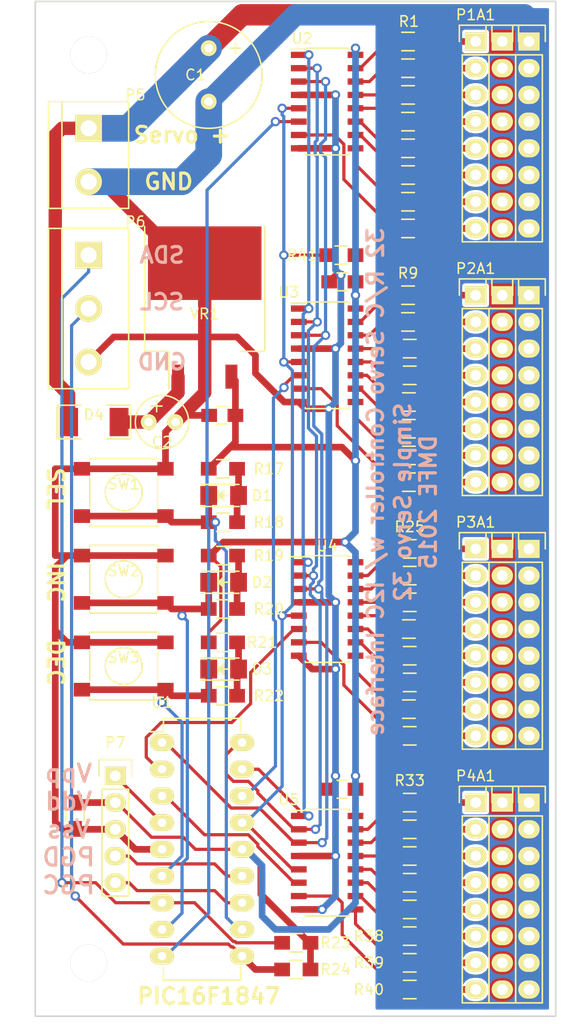
<source format=kicad_pcb>
(kicad_pcb (version 4) (host pcbnew "(2015-10-14 BZR 6269)-product")
  (title_block (title "Simple Servo Controller 32") (date 10/21/2015) (rev n/c) (company DMFE) (comment 1 "Controls 32 r/c servos") (comment 2 "GPL v2"))
  (layers (0 F.Cu signal) (31 B.Cu signal) (34 B.Paste user) (35 F.Paste user) (36 B.SilkS user) (37 F.SilkS user) (38 B.Mask user hide) (39 F.Mask user hide) (44 Edge.Cuts user))
  (net 0 "")
  (net 1 GND)
  (net 2 +BATT)
  (net 3 "Net-(C2-Pad1)")
  (net 4 VCC)
  (net 5 "Net-(D1-Pad2)")
  (net 6 "Net-(D1-Pad1)")
  (net 7 "Net-(D2-Pad2)")
  (net 8 "Net-(D2-Pad1)")
  (net 9 "Net-(D3-Pad2)")
  (net 10 "Net-(D3-Pad1)")
  (net 11 "Net-(P1A1-Pad1)")
  (net 12 "Net-(P1A1-Pad2)")
  (net 13 "Net-(P1A1-Pad3)")
  (net 14 "Net-(P1A1-Pad4)")
  (net 15 "Net-(P1A1-Pad5)")
  (net 16 "Net-(P1A1-Pad6)")
  (net 17 "Net-(P1A1-Pad7)")
  (net 18 "Net-(P1A1-Pad8)")
  (net 19 "Net-(P2A1-Pad1)")
  (net 20 "Net-(P2A1-Pad2)")
  (net 21 "Net-(P2A1-Pad3)")
  (net 22 "Net-(P2A1-Pad4)")
  (net 23 "Net-(P2A1-Pad5)")
  (net 24 "Net-(P2A1-Pad6)")
  (net 25 "Net-(P2A1-Pad7)")
  (net 26 "Net-(P2A1-Pad8)")
  (net 27 "Net-(P3A1-Pad1)")
  (net 28 "Net-(P3A1-Pad2)")
  (net 29 "Net-(P3A1-Pad3)")
  (net 30 "Net-(P3A1-Pad4)")
  (net 31 "Net-(P3A1-Pad5)")
  (net 32 "Net-(P3A1-Pad6)")
  (net 33 "Net-(P3A1-Pad7)")
  (net 34 "Net-(P3A1-Pad8)")
  (net 35 "Net-(P4A1-Pad1)")
  (net 36 "Net-(P4A1-Pad2)")
  (net 37 "Net-(P4A1-Pad3)")
  (net 38 "Net-(P4A1-Pad4)")
  (net 39 "Net-(P4A1-Pad5)")
  (net 40 "Net-(P4A1-Pad6)")
  (net 41 "Net-(P4A1-Pad7)")
  (net 42 "Net-(P4A1-Pad8)")
  (net 43 "Net-(P6-Pad1)")
  (net 44 "Net-(P6-Pad2)")
  (net 45 "Net-(P7-Pad1)")
  (net 46 "Net-(P7-Pad4)")
  (net 47 "Net-(P7-Pad5)")
  (net 48 "Net-(R1-Pad1)")
  (net 49 "Net-(R2-Pad1)")
  (net 50 "Net-(R3-Pad1)")
  (net 51 "Net-(R4-Pad1)")
  (net 52 "Net-(R5-Pad1)")
  (net 53 "Net-(R6-Pad1)")
  (net 54 "Net-(R7-Pad1)")
  (net 55 "Net-(R8-Pad1)")
  (net 56 "Net-(R9-Pad1)")
  (net 57 "Net-(R10-Pad1)")
  (net 58 "Net-(R11-Pad1)")
  (net 59 "Net-(R12-Pad1)")
  (net 60 "Net-(R13-Pad1)")
  (net 61 "Net-(R14-Pad1)")
  (net 62 "Net-(R15-Pad1)")
  (net 63 "Net-(R16-Pad1)")
  (net 64 "Net-(R25-Pad1)")
  (net 65 "Net-(R26-Pad1)")
  (net 66 "Net-(R27-Pad1)")
  (net 67 "Net-(R28-Pad1)")
  (net 68 "Net-(R29-Pad1)")
  (net 69 "Net-(R30-Pad1)")
  (net 70 "Net-(R31-Pad1)")
  (net 71 "Net-(R32-Pad1)")
  (net 72 "Net-(R33-Pad1)")
  (net 73 "Net-(R34-Pad1)")
  (net 74 "Net-(R35-Pad1)")
  (net 75 "Net-(R36-Pad1)")
  (net 76 "Net-(R37-Pad1)")
  (net 77 "Net-(R38-Pad1)")
  (net 78 "Net-(R39-Pad1)")
  (net 79 "Net-(R40-Pad1)")
  (net 80 "Net-(R41-Pad1)")
  (net 81 "Net-(U1-Pad17)")
  (net 82 "Net-(U1-Pad18)")
  (net 83 "Net-(U1-Pad1)")
  (net 84 "Net-(U1-Pad9)")
  (net 85 "Net-(U1-Pad16)")
  (net 86 "Net-(U1-Pad2)")
  (net 87 "Net-(U1-Pad3)")
  (module Capacitors_Elko_ThroughHole:Elko_vert_20x10mm_RM5_CopperClear (layer F.Cu) (at 152.4 62.865 270)
    (fp_text reference C1 (at 2.54 1.27 360) (layer F.SilkS))
    (fp_text value 220uF)
    (pad 2 thru_hole circle (at 5.08 0 270) (size 1.50114 1.50114) (drill 0.8001) (layers *.Cu *.Mask F.SilkS) (net 1 GND))
    (pad 1 thru_hole circle (at 0 0 270) (size 1.50114 1.50114) (drill 0.8001) (layers *.Cu *.Mask F.SilkS) (net 2 +BATT))
  )
  (module Capacitors_Elko_ThroughHole:Elko_vert_11x5mm_RM2.5 (layer F.Cu) (at 146.685 98.425)
    (fp_text reference C2 (at 1.27 1.905) (layer F.SilkS))
    (fp_text value 2.2uF)
    (fp_line (start 0.2032 -1.524) (end 1.27 -1.524) (layer F.Cu) (width 0.15))
    (fp_line (start 0.762 -2.032) (end 0.762 -0.9906) (layer F.Cu) (width 0.15))
    (pad 2 thru_hole circle (at 2.54 0) (size 1.50114 1.50114) (drill 0.8001) (layers *.Cu *.Mask F.SilkS) (net 1 GND))
    (pad 1 thru_hole circle (at 0 0) (size 1.50114 1.50114) (drill 0.8001) (layers *.Cu *.Mask F.SilkS) (net 3 "Net-(C2-Pad1)"))
  )
  (module Capacitors_SMD:C_0805_HandSoldering (layer F.Cu) (at 153.69 97.79 180)
    (fp_text reference C3 hide)
    (fp_text value 0.1uF)
    (pad 1 smd rect (at -1.25 0 180) (size 1.5 1.25) (layers F.Cu F.Paste F.Mask) (net 4 VCC))
    (pad 2 smd rect (at 1.25 0 180) (size 1.5 1.25) (layers F.Cu F.Paste F.Mask) (net 1 GND))
  )
  (module Capacitors_SMD:C_0805_HandSoldering (layer F.Cu) (at 139.7 135.87 270)
    (fp_text reference C5 hide)
    (fp_text value 0.1uF)
    (pad 1 smd rect (at -1.25 0 270) (size 1.5 1.25) (layers F.Cu F.Paste F.Mask) (net 4 VCC))
    (pad 2 smd rect (at 1.25 0 270) (size 1.5 1.25) (layers F.Cu F.Paste F.Mask) (net 1 GND))
  )
  (module LEDs:LED-1206 (layer F.Cu) (at 153.81986 105.41)
    (fp_text reference D1 (at 3.66014 0) (layer F.SilkS))
    (fp_text value LED)
    (pad 2 smd rect (at 1.41986 0 180) (size 1.59766 1.80086) (layers F.Cu F.Paste F.Mask) (net 5 "Net-(D1-Pad2)"))
    (pad 1 smd rect (at -1.41986 0 180) (size 1.59766 1.80086) (layers F.Cu F.Paste F.Mask) (net 6 "Net-(D1-Pad1)"))
  )
  (module LEDs:LED-1206 (layer F.Cu) (at 153.81986 113.665)
    (fp_text reference D2 (at 3.66014 0) (layer F.SilkS))
    (fp_text value LED)
    (pad 2 smd rect (at 1.41986 0 180) (size 1.59766 1.80086) (layers F.Cu F.Paste F.Mask) (net 7 "Net-(D2-Pad2)"))
    (pad 1 smd rect (at -1.41986 0 180) (size 1.59766 1.80086) (layers F.Cu F.Paste F.Mask) (net 8 "Net-(D2-Pad1)"))
  )
  (module LEDs:LED-1206 (layer F.Cu) (at 153.81986 121.92)
    (fp_text reference D3 (at 3.66014 0) (layer F.SilkS))
    (fp_text value LED)
    (pad 2 smd rect (at 1.41986 0 180) (size 1.59766 1.80086) (layers F.Cu F.Paste F.Mask) (net 9 "Net-(D3-Pad2)"))
    (pad 1 smd rect (at -1.41986 0 180) (size 1.59766 1.80086) (layers F.Cu F.Paste F.Mask) (net 10 "Net-(D3-Pad1)"))
  )
  (module SMD_Packages:SMD-2010_Pol (layer F.Cu) (at 141.4653 98.425)
    (fp_text reference D4 (at 0 -0.7) (layer F.SilkS))
    (fp_text value DIODE)
    (pad 1 smd rect (at -2.4003 0) (size 1.80086 2.70002) (layers F.Cu F.Paste F.Mask) (net 2 +BATT))
    (pad 2 smd rect (at 2.4003 0) (size 1.80086 2.70002) (layers F.Cu F.Paste F.Mask) (net 3 "Net-(C2-Pad1)"))
  )
  (module Pin_Headers:Pin_Header_Straight_1x08 (layer F.Cu) (at 177.8 62.23)
    (fp_text reference P1A1 (at 0 -2.54) (layer F.SilkS))
    (fp_text value CONN_8)
    (pad 1 thru_hole rect (at 0 0) (size 2.032 1.7272) (drill 1.016) (layers *.Cu *.Mask F.SilkS) (net 11 "Net-(P1A1-Pad1)"))
    (pad 2 thru_hole oval (at 0 2.54) (size 2.032 1.7272) (drill 1.016) (layers *.Cu *.Mask F.SilkS) (net 12 "Net-(P1A1-Pad2)"))
    (pad 3 thru_hole oval (at 0 5.08) (size 2.032 1.7272) (drill 1.016) (layers *.Cu *.Mask F.SilkS) (net 13 "Net-(P1A1-Pad3)"))
    (pad 4 thru_hole oval (at 0 7.62) (size 2.032 1.7272) (drill 1.016) (layers *.Cu *.Mask F.SilkS) (net 14 "Net-(P1A1-Pad4)"))
    (pad 5 thru_hole oval (at 0 10.16) (size 2.032 1.7272) (drill 1.016) (layers *.Cu *.Mask F.SilkS) (net 15 "Net-(P1A1-Pad5)"))
    (pad 6 thru_hole oval (at 0 12.7) (size 2.032 1.7272) (drill 1.016) (layers *.Cu *.Mask F.SilkS) (net 16 "Net-(P1A1-Pad6)"))
    (pad 7 thru_hole oval (at 0 15.24) (size 2.032 1.7272) (drill 1.016) (layers *.Cu *.Mask F.SilkS) (net 17 "Net-(P1A1-Pad7)"))
    (pad 8 thru_hole oval (at 0 17.78) (size 2.032 1.7272) (drill 1.016) (layers *.Cu *.Mask F.SilkS) (net 18 "Net-(P1A1-Pad8)"))
  )
  (module Pin_Headers:Pin_Header_Straight_1x08 (layer F.Cu) (at 180.34 62.23)
    (fp_text reference P1B1 hide)
    (fp_text value CONN_8)
    (pad 1 thru_hole rect (at 0 0) (size 2.032 1.7272) (drill 1.016) (layers *.Cu *.Mask F.SilkS) (net 2 +BATT))
    (pad 2 thru_hole oval (at 0 2.54) (size 2.032 1.7272) (drill 1.016) (layers *.Cu *.Mask F.SilkS) (net 2 +BATT))
    (pad 3 thru_hole oval (at 0 5.08) (size 2.032 1.7272) (drill 1.016) (layers *.Cu *.Mask F.SilkS) (net 2 +BATT))
    (pad 4 thru_hole oval (at 0 7.62) (size 2.032 1.7272) (drill 1.016) (layers *.Cu *.Mask F.SilkS) (net 2 +BATT))
    (pad 5 thru_hole oval (at 0 10.16) (size 2.032 1.7272) (drill 1.016) (layers *.Cu *.Mask F.SilkS) (net 2 +BATT))
    (pad 6 thru_hole oval (at 0 12.7) (size 2.032 1.7272) (drill 1.016) (layers *.Cu *.Mask F.SilkS) (net 2 +BATT))
    (pad 7 thru_hole oval (at 0 15.24) (size 2.032 1.7272) (drill 1.016) (layers *.Cu *.Mask F.SilkS) (net 2 +BATT))
    (pad 8 thru_hole oval (at 0 17.78) (size 2.032 1.7272) (drill 1.016) (layers *.Cu *.Mask F.SilkS) (net 2 +BATT))
  )
  (module Pin_Headers:Pin_Header_Straight_1x08 (layer F.Cu) (at 182.88 62.23)
    (fp_text reference P1C1 hide)
    (fp_text value CONN_8)
    (pad 1 thru_hole rect (at 0 0) (size 2.032 1.7272) (drill 1.016) (layers *.Cu *.Mask F.SilkS) (net 1 GND))
    (pad 2 thru_hole oval (at 0 2.54) (size 2.032 1.7272) (drill 1.016) (layers *.Cu *.Mask F.SilkS) (net 1 GND))
    (pad 3 thru_hole oval (at 0 5.08) (size 2.032 1.7272) (drill 1.016) (layers *.Cu *.Mask F.SilkS) (net 1 GND))
    (pad 4 thru_hole oval (at 0 7.62) (size 2.032 1.7272) (drill 1.016) (layers *.Cu *.Mask F.SilkS) (net 1 GND))
    (pad 5 thru_hole oval (at 0 10.16) (size 2.032 1.7272) (drill 1.016) (layers *.Cu *.Mask F.SilkS) (net 1 GND))
    (pad 6 thru_hole oval (at 0 12.7) (size 2.032 1.7272) (drill 1.016) (layers *.Cu *.Mask F.SilkS) (net 1 GND))
    (pad 7 thru_hole oval (at 0 15.24) (size 2.032 1.7272) (drill 1.016) (layers *.Cu *.Mask F.SilkS) (net 1 GND))
    (pad 8 thru_hole oval (at 0 17.78) (size 2.032 1.7272) (drill 1.016) (layers *.Cu *.Mask F.SilkS) (net 1 GND))
  )
  (module Pin_Headers:Pin_Header_Straight_1x08 (layer F.Cu) (at 177.8 86.36)
    (fp_text reference P2A1 (at 0 -2.54) (layer F.SilkS))
    (fp_text value CONN_8)
    (pad 1 thru_hole rect (at 0 0) (size 2.032 1.7272) (drill 1.016) (layers *.Cu *.Mask F.SilkS) (net 19 "Net-(P2A1-Pad1)"))
    (pad 2 thru_hole oval (at 0 2.54) (size 2.032 1.7272) (drill 1.016) (layers *.Cu *.Mask F.SilkS) (net 20 "Net-(P2A1-Pad2)"))
    (pad 3 thru_hole oval (at 0 5.08) (size 2.032 1.7272) (drill 1.016) (layers *.Cu *.Mask F.SilkS) (net 21 "Net-(P2A1-Pad3)"))
    (pad 4 thru_hole oval (at 0 7.62) (size 2.032 1.7272) (drill 1.016) (layers *.Cu *.Mask F.SilkS) (net 22 "Net-(P2A1-Pad4)"))
    (pad 5 thru_hole oval (at 0 10.16) (size 2.032 1.7272) (drill 1.016) (layers *.Cu *.Mask F.SilkS) (net 23 "Net-(P2A1-Pad5)"))
    (pad 6 thru_hole oval (at 0 12.7) (size 2.032 1.7272) (drill 1.016) (layers *.Cu *.Mask F.SilkS) (net 24 "Net-(P2A1-Pad6)"))
    (pad 7 thru_hole oval (at 0 15.24) (size 2.032 1.7272) (drill 1.016) (layers *.Cu *.Mask F.SilkS) (net 25 "Net-(P2A1-Pad7)"))
    (pad 8 thru_hole oval (at 0 17.78) (size 2.032 1.7272) (drill 1.016) (layers *.Cu *.Mask F.SilkS) (net 26 "Net-(P2A1-Pad8)"))
  )
  (module Pin_Headers:Pin_Header_Straight_1x08 (layer F.Cu) (at 180.34 86.36)
    (fp_text reference P2B1 hide)
    (fp_text value CONN_8)
    (pad 1 thru_hole rect (at 0 0) (size 2.032 1.7272) (drill 1.016) (layers *.Cu *.Mask F.SilkS) (net 2 +BATT))
    (pad 2 thru_hole oval (at 0 2.54) (size 2.032 1.7272) (drill 1.016) (layers *.Cu *.Mask F.SilkS) (net 2 +BATT))
    (pad 3 thru_hole oval (at 0 5.08) (size 2.032 1.7272) (drill 1.016) (layers *.Cu *.Mask F.SilkS) (net 2 +BATT))
    (pad 4 thru_hole oval (at 0 7.62) (size 2.032 1.7272) (drill 1.016) (layers *.Cu *.Mask F.SilkS) (net 2 +BATT))
    (pad 5 thru_hole oval (at 0 10.16) (size 2.032 1.7272) (drill 1.016) (layers *.Cu *.Mask F.SilkS) (net 2 +BATT))
    (pad 6 thru_hole oval (at 0 12.7) (size 2.032 1.7272) (drill 1.016) (layers *.Cu *.Mask F.SilkS) (net 2 +BATT))
    (pad 7 thru_hole oval (at 0 15.24) (size 2.032 1.7272) (drill 1.016) (layers *.Cu *.Mask F.SilkS) (net 2 +BATT))
    (pad 8 thru_hole oval (at 0 17.78) (size 2.032 1.7272) (drill 1.016) (layers *.Cu *.Mask F.SilkS) (net 2 +BATT))
  )
  (module Pin_Headers:Pin_Header_Straight_1x08 (layer F.Cu) (at 182.88 86.36)
    (fp_text reference P2C1 hide)
    (fp_text value CONN_8)
    (pad 1 thru_hole rect (at 0 0) (size 2.032 1.7272) (drill 1.016) (layers *.Cu *.Mask F.SilkS) (net 1 GND))
    (pad 2 thru_hole oval (at 0 2.54) (size 2.032 1.7272) (drill 1.016) (layers *.Cu *.Mask F.SilkS) (net 1 GND))
    (pad 3 thru_hole oval (at 0 5.08) (size 2.032 1.7272) (drill 1.016) (layers *.Cu *.Mask F.SilkS) (net 1 GND))
    (pad 4 thru_hole oval (at 0 7.62) (size 2.032 1.7272) (drill 1.016) (layers *.Cu *.Mask F.SilkS) (net 1 GND))
    (pad 5 thru_hole oval (at 0 10.16) (size 2.032 1.7272) (drill 1.016) (layers *.Cu *.Mask F.SilkS) (net 1 GND))
    (pad 6 thru_hole oval (at 0 12.7) (size 2.032 1.7272) (drill 1.016) (layers *.Cu *.Mask F.SilkS) (net 1 GND))
    (pad 7 thru_hole oval (at 0 15.24) (size 2.032 1.7272) (drill 1.016) (layers *.Cu *.Mask F.SilkS) (net 1 GND))
    (pad 8 thru_hole oval (at 0 17.78) (size 2.032 1.7272) (drill 1.016) (layers *.Cu *.Mask F.SilkS) (net 1 GND))
  )
  (module Pin_Headers:Pin_Header_Straight_1x08 (layer F.Cu) (at 177.8 110.49)
    (fp_text reference P3A1 (at 0 -2.54) (layer F.SilkS))
    (fp_text value CONN_8)
    (pad 1 thru_hole rect (at 0 0) (size 2.032 1.7272) (drill 1.016) (layers *.Cu *.Mask F.SilkS) (net 27 "Net-(P3A1-Pad1)"))
    (pad 2 thru_hole oval (at 0 2.54) (size 2.032 1.7272) (drill 1.016) (layers *.Cu *.Mask F.SilkS) (net 28 "Net-(P3A1-Pad2)"))
    (pad 3 thru_hole oval (at 0 5.08) (size 2.032 1.7272) (drill 1.016) (layers *.Cu *.Mask F.SilkS) (net 29 "Net-(P3A1-Pad3)"))
    (pad 4 thru_hole oval (at 0 7.62) (size 2.032 1.7272) (drill 1.016) (layers *.Cu *.Mask F.SilkS) (net 30 "Net-(P3A1-Pad4)"))
    (pad 5 thru_hole oval (at 0 10.16) (size 2.032 1.7272) (drill 1.016) (layers *.Cu *.Mask F.SilkS) (net 31 "Net-(P3A1-Pad5)"))
    (pad 6 thru_hole oval (at 0 12.7) (size 2.032 1.7272) (drill 1.016) (layers *.Cu *.Mask F.SilkS) (net 32 "Net-(P3A1-Pad6)"))
    (pad 7 thru_hole oval (at 0 15.24) (size 2.032 1.7272) (drill 1.016) (layers *.Cu *.Mask F.SilkS) (net 33 "Net-(P3A1-Pad7)"))
    (pad 8 thru_hole oval (at 0 17.78) (size 2.032 1.7272) (drill 1.016) (layers *.Cu *.Mask F.SilkS) (net 34 "Net-(P3A1-Pad8)"))
  )
  (module Pin_Headers:Pin_Header_Straight_1x08 (layer F.Cu) (at 180.34 110.49)
    (fp_text reference P3B1 hide)
    (fp_text value CONN_8)
    (pad 1 thru_hole rect (at 0 0) (size 2.032 1.7272) (drill 1.016) (layers *.Cu *.Mask F.SilkS) (net 2 +BATT))
    (pad 2 thru_hole oval (at 0 2.54) (size 2.032 1.7272) (drill 1.016) (layers *.Cu *.Mask F.SilkS) (net 2 +BATT))
    (pad 3 thru_hole oval (at 0 5.08) (size 2.032 1.7272) (drill 1.016) (layers *.Cu *.Mask F.SilkS) (net 2 +BATT))
    (pad 4 thru_hole oval (at 0 7.62) (size 2.032 1.7272) (drill 1.016) (layers *.Cu *.Mask F.SilkS) (net 2 +BATT))
    (pad 5 thru_hole oval (at 0 10.16) (size 2.032 1.7272) (drill 1.016) (layers *.Cu *.Mask F.SilkS) (net 2 +BATT))
    (pad 6 thru_hole oval (at 0 12.7) (size 2.032 1.7272) (drill 1.016) (layers *.Cu *.Mask F.SilkS) (net 2 +BATT))
    (pad 7 thru_hole oval (at 0 15.24) (size 2.032 1.7272) (drill 1.016) (layers *.Cu *.Mask F.SilkS) (net 2 +BATT))
    (pad 8 thru_hole oval (at 0 17.78) (size 2.032 1.7272) (drill 1.016) (layers *.Cu *.Mask F.SilkS) (net 2 +BATT))
  )
  (module Pin_Headers:Pin_Header_Straight_1x08 (layer F.Cu) (at 182.88 110.49)
    (fp_text reference P3C1 hide)
    (fp_text value CONN_8)
    (pad 1 thru_hole rect (at 0 0) (size 2.032 1.7272) (drill 1.016) (layers *.Cu *.Mask F.SilkS) (net 1 GND))
    (pad 2 thru_hole oval (at 0 2.54) (size 2.032 1.7272) (drill 1.016) (layers *.Cu *.Mask F.SilkS) (net 1 GND))
    (pad 3 thru_hole oval (at 0 5.08) (size 2.032 1.7272) (drill 1.016) (layers *.Cu *.Mask F.SilkS) (net 1 GND))
    (pad 4 thru_hole oval (at 0 7.62) (size 2.032 1.7272) (drill 1.016) (layers *.Cu *.Mask F.SilkS) (net 1 GND))
    (pad 5 thru_hole oval (at 0 10.16) (size 2.032 1.7272) (drill 1.016) (layers *.Cu *.Mask F.SilkS) (net 1 GND))
    (pad 6 thru_hole oval (at 0 12.7) (size 2.032 1.7272) (drill 1.016) (layers *.Cu *.Mask F.SilkS) (net 1 GND))
    (pad 7 thru_hole oval (at 0 15.24) (size 2.032 1.7272) (drill 1.016) (layers *.Cu *.Mask F.SilkS) (net 1 GND))
    (pad 8 thru_hole oval (at 0 17.78) (size 2.032 1.7272) (drill 1.016) (layers *.Cu *.Mask F.SilkS) (net 1 GND))
  )
  (module Pin_Headers:Pin_Header_Straight_1x08 (layer F.Cu) (at 177.8 134.62)
    (fp_text reference P4A1 (at 0 -2.54) (layer F.SilkS))
    (fp_text value CONN_8)
    (pad 1 thru_hole rect (at 0 0) (size 2.032 1.7272) (drill 1.016) (layers *.Cu *.Mask F.SilkS) (net 35 "Net-(P4A1-Pad1)"))
    (pad 2 thru_hole oval (at 0 2.54) (size 2.032 1.7272) (drill 1.016) (layers *.Cu *.Mask F.SilkS) (net 36 "Net-(P4A1-Pad2)"))
    (pad 3 thru_hole oval (at 0 5.08) (size 2.032 1.7272) (drill 1.016) (layers *.Cu *.Mask F.SilkS) (net 37 "Net-(P4A1-Pad3)"))
    (pad 4 thru_hole oval (at 0 7.62) (size 2.032 1.7272) (drill 1.016) (layers *.Cu *.Mask F.SilkS) (net 38 "Net-(P4A1-Pad4)"))
    (pad 5 thru_hole oval (at 0 10.16) (size 2.032 1.7272) (drill 1.016) (layers *.Cu *.Mask F.SilkS) (net 39 "Net-(P4A1-Pad5)"))
    (pad 6 thru_hole oval (at 0 12.7) (size 2.032 1.7272) (drill 1.016) (layers *.Cu *.Mask F.SilkS) (net 40 "Net-(P4A1-Pad6)"))
    (pad 7 thru_hole oval (at 0 15.24) (size 2.032 1.7272) (drill 1.016) (layers *.Cu *.Mask F.SilkS) (net 41 "Net-(P4A1-Pad7)"))
    (pad 8 thru_hole oval (at 0 17.78) (size 2.032 1.7272) (drill 1.016) (layers *.Cu *.Mask F.SilkS) (net 42 "Net-(P4A1-Pad8)"))
  )
  (module Pin_Headers:Pin_Header_Straight_1x08 (layer F.Cu) (at 180.34 134.62)
    (fp_text reference P4B1 hide)
    (fp_text value CONN_8)
    (pad 1 thru_hole rect (at 0 0) (size 2.032 1.7272) (drill 1.016) (layers *.Cu *.Mask F.SilkS) (net 2 +BATT))
    (pad 2 thru_hole oval (at 0 2.54) (size 2.032 1.7272) (drill 1.016) (layers *.Cu *.Mask F.SilkS) (net 2 +BATT))
    (pad 3 thru_hole oval (at 0 5.08) (size 2.032 1.7272) (drill 1.016) (layers *.Cu *.Mask F.SilkS) (net 2 +BATT))
    (pad 4 thru_hole oval (at 0 7.62) (size 2.032 1.7272) (drill 1.016) (layers *.Cu *.Mask F.SilkS) (net 2 +BATT))
    (pad 5 thru_hole oval (at 0 10.16) (size 2.032 1.7272) (drill 1.016) (layers *.Cu *.Mask F.SilkS) (net 2 +BATT))
    (pad 6 thru_hole oval (at 0 12.7) (size 2.032 1.7272) (drill 1.016) (layers *.Cu *.Mask F.SilkS) (net 2 +BATT))
    (pad 7 thru_hole oval (at 0 15.24) (size 2.032 1.7272) (drill 1.016) (layers *.Cu *.Mask F.SilkS) (net 2 +BATT))
    (pad 8 thru_hole oval (at 0 17.78) (size 2.032 1.7272) (drill 1.016) (layers *.Cu *.Mask F.SilkS) (net 2 +BATT))
  )
  (module Pin_Headers:Pin_Header_Straight_1x08 (layer F.Cu) (at 182.88 134.62)
    (fp_text reference P4C1 hide)
    (fp_text value CONN_8)
    (pad 1 thru_hole rect (at 0 0) (size 2.032 1.7272) (drill 1.016) (layers *.Cu *.Mask F.SilkS) (net 1 GND))
    (pad 2 thru_hole oval (at 0 2.54) (size 2.032 1.7272) (drill 1.016) (layers *.Cu *.Mask F.SilkS) (net 1 GND))
    (pad 3 thru_hole oval (at 0 5.08) (size 2.032 1.7272) (drill 1.016) (layers *.Cu *.Mask F.SilkS) (net 1 GND))
    (pad 4 thru_hole oval (at 0 7.62) (size 2.032 1.7272) (drill 1.016) (layers *.Cu *.Mask F.SilkS) (net 1 GND))
    (pad 5 thru_hole oval (at 0 10.16) (size 2.032 1.7272) (drill 1.016) (layers *.Cu *.Mask F.SilkS) (net 1 GND))
    (pad 6 thru_hole oval (at 0 12.7) (size 2.032 1.7272) (drill 1.016) (layers *.Cu *.Mask F.SilkS) (net 1 GND))
    (pad 7 thru_hole oval (at 0 15.24) (size 2.032 1.7272) (drill 1.016) (layers *.Cu *.Mask F.SilkS) (net 1 GND))
    (pad 8 thru_hole oval (at 0 17.78) (size 2.032 1.7272) (drill 1.016) (layers *.Cu *.Mask F.SilkS) (net 1 GND))
  )
  (module Connect:bornier2 (layer F.Cu) (at 140.97 73.025 270)
    (fp_text reference P5 (at -5.715 -4.445 360) (layer F.SilkS))
    (fp_text value Power)
    (pad 1 thru_hole rect (at -2.54 0 270) (size 2.54 2.54) (drill 1.524) (layers *.Cu *.Mask F.SilkS) (net 2 +BATT))
    (pad 2 thru_hole circle (at 2.54 0 270) (size 2.54 2.54) (drill 1.524) (layers *.Cu *.Mask F.SilkS) (net 1 GND))
  )
  (module Connect:bornier3 (layer F.Cu) (at 140.97 87.63 270)
    (fp_text reference P6 (at -8.255 -4.445 360) (layer F.SilkS))
    (fp_text value I2C)
    (pad 1 thru_hole rect (at -5.08 0 270) (size 2.54 2.54) (drill 1.524) (layers *.Cu *.Mask F.SilkS) (net 43 "Net-(P6-Pad1)"))
    (pad 2 thru_hole circle (at 0 0 270) (size 2.54 2.54) (drill 1.524) (layers *.Cu *.Mask F.SilkS) (net 44 "Net-(P6-Pad2)"))
    (pad 3 thru_hole circle (at 5.08 0 270) (size 2.54 2.54) (drill 1.524) (layers *.Cu *.Mask F.SilkS) (net 1 GND))
  )
  (module Pin_Headers:Pin_Header_Straight_1x05 (layer F.Cu) (at 143.51 132.08)
    (fp_text reference P7 (at 0 -3.175) (layer F.SilkS))
    (fp_text value CONN_01X05)
    (pad 1 thru_hole rect (at 0 0) (size 2.032 1.7272) (drill 1.016) (layers *.Cu *.Mask F.SilkS) (net 45 "Net-(P7-Pad1)"))
    (pad 2 thru_hole oval (at 0 2.54) (size 2.032 1.7272) (drill 1.016) (layers *.Cu *.Mask F.SilkS) (net 4 VCC))
    (pad 3 thru_hole oval (at 0 5.08) (size 2.032 1.7272) (drill 1.016) (layers *.Cu *.Mask F.SilkS) (net 1 GND))
    (pad 4 thru_hole oval (at 0 7.62) (size 2.032 1.7272) (drill 1.016) (layers *.Cu *.Mask F.SilkS) (net 46 "Net-(P7-Pad4)"))
    (pad 5 thru_hole oval (at 0 10.16) (size 2.032 1.7272) (drill 1.016) (layers *.Cu *.Mask F.SilkS) (net 47 "Net-(P7-Pad5)"))
  )
  (module Resistors_SMD:R_0805_HandSoldering (layer F.Cu) (at 171.37 62.23)
    (fp_text reference R1 (at 0.08 -1.905) (layer F.SilkS))
    (fp_text value 220Ω)
    (pad 1 smd rect (at -1.35 0) (size 1.5 1.3) (layers F.Cu F.Paste F.Mask) (net 48 "Net-(R1-Pad1)"))
    (pad 2 smd rect (at 1.35 0) (size 1.5 1.3) (layers F.Cu F.Paste F.Mask) (net 11 "Net-(P1A1-Pad1)"))
  )
  (module Resistors_SMD:R_0805_HandSoldering (layer F.Cu) (at 171.37 64.77)
    (fp_text reference R2 hide)
    (fp_text value 220Ω)
    (pad 1 smd rect (at -1.35 0) (size 1.5 1.3) (layers F.Cu F.Paste F.Mask) (net 49 "Net-(R2-Pad1)"))
    (pad 2 smd rect (at 1.35 0) (size 1.5 1.3) (layers F.Cu F.Paste F.Mask) (net 12 "Net-(P1A1-Pad2)"))
  )
  (module Resistors_SMD:R_0805_HandSoldering (layer F.Cu) (at 171.37 67.31)
    (fp_text reference R3 hide)
    (fp_text value 220Ω)
    (pad 1 smd rect (at -1.35 0) (size 1.5 1.3) (layers F.Cu F.Paste F.Mask) (net 50 "Net-(R3-Pad1)"))
    (pad 2 smd rect (at 1.35 0) (size 1.5 1.3) (layers F.Cu F.Paste F.Mask) (net 13 "Net-(P1A1-Pad3)"))
  )
  (module Resistors_SMD:R_0805_HandSoldering (layer F.Cu) (at 171.37 69.85)
    (fp_text reference R4 hide)
    (fp_text value 220Ω)
    (pad 1 smd rect (at -1.35 0) (size 1.5 1.3) (layers F.Cu F.Paste F.Mask) (net 51 "Net-(R4-Pad1)"))
    (pad 2 smd rect (at 1.35 0) (size 1.5 1.3) (layers F.Cu F.Paste F.Mask) (net 14 "Net-(P1A1-Pad4)"))
  )
  (module Resistors_SMD:R_0805_HandSoldering (layer F.Cu) (at 171.37 72.39)
    (fp_text reference R5 hide)
    (fp_text value 220Ω)
    (pad 1 smd rect (at -1.35 0) (size 1.5 1.3) (layers F.Cu F.Paste F.Mask) (net 52 "Net-(R5-Pad1)"))
    (pad 2 smd rect (at 1.35 0) (size 1.5 1.3) (layers F.Cu F.Paste F.Mask) (net 15 "Net-(P1A1-Pad5)"))
  )
  (module Resistors_SMD:R_0805_HandSoldering (layer F.Cu) (at 171.37 74.93)
    (fp_text reference R6 hide)
    (fp_text value 220Ω)
    (pad 1 smd rect (at -1.35 0) (size 1.5 1.3) (layers F.Cu F.Paste F.Mask) (net 53 "Net-(R6-Pad1)"))
    (pad 2 smd rect (at 1.35 0) (size 1.5 1.3) (layers F.Cu F.Paste F.Mask) (net 16 "Net-(P1A1-Pad6)"))
  )
  (module Resistors_SMD:R_0805_HandSoldering (layer F.Cu) (at 171.37 77.47)
    (fp_text reference R7 hide)
    (fp_text value 220Ω)
    (pad 1 smd rect (at -1.35 0) (size 1.5 1.3) (layers F.Cu F.Paste F.Mask) (net 54 "Net-(R7-Pad1)"))
    (pad 2 smd rect (at 1.35 0) (size 1.5 1.3) (layers F.Cu F.Paste F.Mask) (net 17 "Net-(P1A1-Pad7)"))
  )
  (module Resistors_SMD:R_0805_HandSoldering (layer F.Cu) (at 171.37 80.01)
    (fp_text reference R8 hide)
    (fp_text value 220Ω)
    (pad 1 smd rect (at -1.35 0) (size 1.5 1.3) (layers F.Cu F.Paste F.Mask) (net 55 "Net-(R8-Pad1)"))
    (pad 2 smd rect (at 1.35 0) (size 1.5 1.3) (layers F.Cu F.Paste F.Mask) (net 18 "Net-(P1A1-Pad8)"))
  )
  (module Resistors_SMD:R_0805_HandSoldering (layer F.Cu) (at 171.37 86.36)
    (fp_text reference R9 (at 0 -2.1) (layer F.SilkS))
    (fp_text value 220Ω)
    (pad 1 smd rect (at -1.35 0) (size 1.5 1.3) (layers F.Cu F.Paste F.Mask) (net 56 "Net-(R9-Pad1)"))
    (pad 2 smd rect (at 1.35 0) (size 1.5 1.3) (layers F.Cu F.Paste F.Mask) (net 19 "Net-(P2A1-Pad1)"))
  )
  (module Resistors_SMD:R_0805_HandSoldering (layer F.Cu) (at 171.37 88.9)
    (fp_text reference R10 hide)
    (fp_text value 220Ω)
    (pad 1 smd rect (at -1.35 0) (size 1.5 1.3) (layers F.Cu F.Paste F.Mask) (net 57 "Net-(R10-Pad1)"))
    (pad 2 smd rect (at 1.35 0) (size 1.5 1.3) (layers F.Cu F.Paste F.Mask) (net 20 "Net-(P2A1-Pad2)"))
  )
  (module Resistors_SMD:R_0805_HandSoldering (layer F.Cu) (at 171.53 91.44)
    (fp_text reference R11 hide)
    (fp_text value 220Ω)
    (pad 1 smd rect (at -1.35 0) (size 1.5 1.3) (layers F.Cu F.Paste F.Mask) (net 58 "Net-(R11-Pad1)"))
    (pad 2 smd rect (at 1.35 0) (size 1.5 1.3) (layers F.Cu F.Paste F.Mask) (net 21 "Net-(P2A1-Pad3)"))
  )
  (module Resistors_SMD:R_0805_HandSoldering (layer F.Cu) (at 171.53 93.98)
    (fp_text reference R12 hide)
    (fp_text value 220Ω)
    (pad 1 smd rect (at -1.35 0) (size 1.5 1.3) (layers F.Cu F.Paste F.Mask) (net 59 "Net-(R12-Pad1)"))
    (pad 2 smd rect (at 1.35 0) (size 1.5 1.3) (layers F.Cu F.Paste F.Mask) (net 22 "Net-(P2A1-Pad4)"))
  )
  (module Resistors_SMD:R_0805_HandSoldering (layer F.Cu) (at 171.45 96.52)
    (fp_text reference R13 hide)
    (fp_text value 220Ω)
    (pad 1 smd rect (at -1.35 0) (size 1.5 1.3) (layers F.Cu F.Paste F.Mask) (net 60 "Net-(R13-Pad1)"))
    (pad 2 smd rect (at 1.35 0) (size 1.5 1.3) (layers F.Cu F.Paste F.Mask) (net 23 "Net-(P2A1-Pad5)"))
  )
  (module Resistors_SMD:R_0805_HandSoldering (layer F.Cu) (at 171.45 99.06)
    (fp_text reference R14 hide)
    (fp_text value 220Ω)
    (pad 1 smd rect (at -1.35 0) (size 1.5 1.3) (layers F.Cu F.Paste F.Mask) (net 61 "Net-(R14-Pad1)"))
    (pad 2 smd rect (at 1.35 0) (size 1.5 1.3) (layers F.Cu F.Paste F.Mask) (net 24 "Net-(P2A1-Pad6)"))
  )
  (module Resistors_SMD:R_0805_HandSoldering (layer F.Cu) (at 171.45 101.6)
    (fp_text reference R15 hide)
    (fp_text value 220Ω)
    (pad 1 smd rect (at -1.35 0) (size 1.5 1.3) (layers F.Cu F.Paste F.Mask) (net 62 "Net-(R15-Pad1)"))
    (pad 2 smd rect (at 1.35 0) (size 1.5 1.3) (layers F.Cu F.Paste F.Mask) (net 25 "Net-(P2A1-Pad7)"))
  )
  (module Resistors_SMD:R_0805_HandSoldering (layer F.Cu) (at 171.45 104.14)
    (fp_text reference R16 hide)
    (fp_text value 220Ω)
    (pad 1 smd rect (at -1.35 0) (size 1.5 1.3) (layers F.Cu F.Paste F.Mask) (net 63 "Net-(R16-Pad1)"))
    (pad 2 smd rect (at 1.35 0) (size 1.5 1.3) (layers F.Cu F.Paste F.Mask) (net 26 "Net-(P2A1-Pad8)"))
  )
  (module Resistors_SMD:R_0805_HandSoldering (layer F.Cu) (at 153.75 102.87)
    (fp_text reference R17 (at 4.365 0) (layer F.SilkS))
    (fp_text value 470Ω)
    (pad 1 smd rect (at -1.35 0) (size 1.5 1.3) (layers F.Cu F.Paste F.Mask) (net 4 VCC))
    (pad 2 smd rect (at 1.35 0) (size 1.5 1.3) (layers F.Cu F.Paste F.Mask) (net 5 "Net-(D1-Pad2)"))
  )
  (module Resistors_SMD:R_0805_HandSoldering (layer F.Cu) (at 153.75 107.95 180)
    (fp_text reference R18 (at -4.365 0 180) (layer F.SilkS))
    (fp_text value 47KΩ)
    (pad 1 smd rect (at -1.35 0 180) (size 1.5 1.3) (layers F.Cu F.Paste F.Mask) (net 5 "Net-(D1-Pad2)"))
    (pad 2 smd rect (at 1.35 0 180) (size 1.5 1.3) (layers F.Cu F.Paste F.Mask) (net 6 "Net-(D1-Pad1)"))
  )
  (module Resistors_SMD:R_0805_HandSoldering (layer F.Cu) (at 153.75 111.125)
    (fp_text reference R19 (at 4.365 0) (layer F.SilkS))
    (fp_text value 470Ω)
    (pad 1 smd rect (at -1.35 0) (size 1.5 1.3) (layers F.Cu F.Paste F.Mask) (net 4 VCC))
    (pad 2 smd rect (at 1.35 0) (size 1.5 1.3) (layers F.Cu F.Paste F.Mask) (net 7 "Net-(D2-Pad2)"))
  )
  (module Resistors_SMD:R_0805_HandSoldering (layer F.Cu) (at 153.75 116.205 180)
    (fp_text reference R20 (at -4.365 0 180) (layer F.SilkS))
    (fp_text value 47KΩ)
    (pad 1 smd rect (at -1.35 0 180) (size 1.5 1.3) (layers F.Cu F.Paste F.Mask) (net 7 "Net-(D2-Pad2)"))
    (pad 2 smd rect (at 1.35 0 180) (size 1.5 1.3) (layers F.Cu F.Paste F.Mask) (net 8 "Net-(D2-Pad1)"))
  )
  (module Resistors_SMD:R_0805_HandSoldering (layer F.Cu) (at 153.75 119.38)
    (fp_text reference R21 (at 3.73 0) (layer F.SilkS))
    (fp_text value 470Ω)
    (pad 1 smd rect (at -1.35 0) (size 1.5 1.3) (layers F.Cu F.Paste F.Mask) (net 4 VCC))
    (pad 2 smd rect (at 1.35 0) (size 1.5 1.3) (layers F.Cu F.Paste F.Mask) (net 9 "Net-(D3-Pad2)"))
  )
  (module Resistors_SMD:R_0805_HandSoldering (layer F.Cu) (at 153.75 124.46 180)
    (fp_text reference R22 (at -4.365 0 180) (layer F.SilkS))
    (fp_text value 47KΩ)
    (pad 1 smd rect (at -1.35 0 180) (size 1.5 1.3) (layers F.Cu F.Paste F.Mask) (net 9 "Net-(D3-Pad2)"))
    (pad 2 smd rect (at 1.35 0 180) (size 1.5 1.3) (layers F.Cu F.Paste F.Mask) (net 10 "Net-(D3-Pad1)"))
  )
  (module Resistors_SMD:R_0805_HandSoldering (layer F.Cu) (at 160.735 147.955 180)
    (fp_text reference R23 (at -3.73 0 180) (layer F.SilkS))
    (fp_text value 4.7KΩ)
    (pad 1 smd rect (at -1.35 0 180) (size 1.5 1.3) (layers F.Cu F.Paste F.Mask) (net 4 VCC))
    (pad 2 smd rect (at 1.35 0 180) (size 1.5 1.3) (layers F.Cu F.Paste F.Mask) (net 43 "Net-(P6-Pad1)"))
  )
  (module Resistors_SMD:R_0805_HandSoldering (layer F.Cu) (at 160.735 150.495 180)
    (fp_text reference R24 (at -3.73 0 180) (layer F.SilkS))
    (fp_text value 4.7KΩ)
    (pad 1 smd rect (at -1.35 0 180) (size 1.5 1.3) (layers F.Cu F.Paste F.Mask) (net 4 VCC))
    (pad 2 smd rect (at 1.35 0 180) (size 1.5 1.3) (layers F.Cu F.Paste F.Mask) (net 44 "Net-(P6-Pad2)"))
  )
  (module Resistors_SMD:R_0805_HandSoldering (layer F.Cu) (at 171.53 110.49)
    (fp_text reference R25 (at 0 -2.1) (layer F.SilkS))
    (fp_text value 220Ω)
    (pad 1 smd rect (at -1.35 0) (size 1.5 1.3) (layers F.Cu F.Paste F.Mask) (net 64 "Net-(R25-Pad1)"))
    (pad 2 smd rect (at 1.35 0) (size 1.5 1.3) (layers F.Cu F.Paste F.Mask) (net 27 "Net-(P3A1-Pad1)"))
  )
  (module Resistors_SMD:R_0805_HandSoldering (layer F.Cu) (at 171.53 113.03)
    (fp_text reference R26 hide)
    (fp_text value 220Ω)
    (pad 1 smd rect (at -1.35 0) (size 1.5 1.3) (layers F.Cu F.Paste F.Mask) (net 65 "Net-(R26-Pad1)"))
    (pad 2 smd rect (at 1.35 0) (size 1.5 1.3) (layers F.Cu F.Paste F.Mask) (net 28 "Net-(P3A1-Pad2)"))
  )
  (module Resistors_SMD:R_0805_HandSoldering (layer F.Cu) (at 171.53 115.57)
    (fp_text reference R27 hide)
    (fp_text value 220Ω)
    (pad 1 smd rect (at -1.35 0) (size 1.5 1.3) (layers F.Cu F.Paste F.Mask) (net 66 "Net-(R27-Pad1)"))
    (pad 2 smd rect (at 1.35 0) (size 1.5 1.3) (layers F.Cu F.Paste F.Mask) (net 29 "Net-(P3A1-Pad3)"))
  )
  (module Resistors_SMD:R_0805_HandSoldering (layer F.Cu) (at 171.45 118.11)
    (fp_text reference R28 hide)
    (fp_text value 220Ω)
    (pad 1 smd rect (at -1.35 0) (size 1.5 1.3) (layers F.Cu F.Paste F.Mask) (net 67 "Net-(R28-Pad1)"))
    (pad 2 smd rect (at 1.35 0) (size 1.5 1.3) (layers F.Cu F.Paste F.Mask) (net 30 "Net-(P3A1-Pad4)"))
  )
  (module Resistors_SMD:R_0805_HandSoldering (layer F.Cu) (at 171.53 120.65)
    (fp_text reference R29 hide)
    (fp_text value 220Ω)
    (pad 1 smd rect (at -1.35 0) (size 1.5 1.3) (layers F.Cu F.Paste F.Mask) (net 68 "Net-(R29-Pad1)"))
    (pad 2 smd rect (at 1.35 0) (size 1.5 1.3) (layers F.Cu F.Paste F.Mask) (net 31 "Net-(P3A1-Pad5)"))
  )
  (module Resistors_SMD:R_0805_HandSoldering (layer F.Cu) (at 171.53 123.19)
    (fp_text reference R30 hide)
    (fp_text value 220Ω)
    (pad 1 smd rect (at -1.35 0) (size 1.5 1.3) (layers F.Cu F.Paste F.Mask) (net 69 "Net-(R30-Pad1)"))
    (pad 2 smd rect (at 1.35 0) (size 1.5 1.3) (layers F.Cu F.Paste F.Mask) (net 32 "Net-(P3A1-Pad6)"))
  )
  (module Resistors_SMD:R_0805_HandSoldering (layer F.Cu) (at 171.45 125.73)
    (fp_text reference R31 hide)
    (fp_text value 220Ω)
    (pad 1 smd rect (at -1.35 0) (size 1.5 1.3) (layers F.Cu F.Paste F.Mask) (net 70 "Net-(R31-Pad1)"))
    (pad 2 smd rect (at 1.35 0) (size 1.5 1.3) (layers F.Cu F.Paste F.Mask) (net 33 "Net-(P3A1-Pad7)"))
  )
  (module Resistors_SMD:R_0805_HandSoldering (layer F.Cu) (at 171.53 128.27)
    (fp_text reference R32 hide)
    (fp_text value 220Ω)
    (pad 1 smd rect (at -1.35 0) (size 1.5 1.3) (layers F.Cu F.Paste F.Mask) (net 71 "Net-(R32-Pad1)"))
    (pad 2 smd rect (at 1.35 0) (size 1.5 1.3) (layers F.Cu F.Paste F.Mask) (net 34 "Net-(P3A1-Pad8)"))
  )
  (module Resistors_SMD:R_0805_HandSoldering (layer F.Cu) (at 171.53 134.62)
    (fp_text reference R33 (at 0 -2.1) (layer F.SilkS))
    (fp_text value 220Ω)
    (pad 1 smd rect (at -1.35 0) (size 1.5 1.3) (layers F.Cu F.Paste F.Mask) (net 72 "Net-(R33-Pad1)"))
    (pad 2 smd rect (at 1.35 0) (size 1.5 1.3) (layers F.Cu F.Paste F.Mask) (net 35 "Net-(P4A1-Pad1)"))
  )
  (module Resistors_SMD:R_0805_HandSoldering (layer F.Cu) (at 171.53 137.16)
    (fp_text reference R34 hide)
    (fp_text value 220Ω)
    (pad 1 smd rect (at -1.35 0) (size 1.5 1.3) (layers F.Cu F.Paste F.Mask) (net 73 "Net-(R34-Pad1)"))
    (pad 2 smd rect (at 1.35 0) (size 1.5 1.3) (layers F.Cu F.Paste F.Mask) (net 36 "Net-(P4A1-Pad2)"))
  )
  (module Resistors_SMD:R_0805_HandSoldering (layer F.Cu) (at 171.53 139.7)
    (fp_text reference R35 hide)
    (fp_text value 220Ω)
    (pad 1 smd rect (at -1.35 0) (size 1.5 1.3) (layers F.Cu F.Paste F.Mask) (net 74 "Net-(R35-Pad1)"))
    (pad 2 smd rect (at 1.35 0) (size 1.5 1.3) (layers F.Cu F.Paste F.Mask) (net 37 "Net-(P4A1-Pad3)"))
  )
  (module Resistors_SMD:R_0805_HandSoldering (layer F.Cu) (at 171.53 142.24)
    (fp_text reference R36 hide)
    (fp_text value 220Ω)
    (pad 1 smd rect (at -1.35 0) (size 1.5 1.3) (layers F.Cu F.Paste F.Mask) (net 75 "Net-(R36-Pad1)"))
    (pad 2 smd rect (at 1.35 0) (size 1.5 1.3) (layers F.Cu F.Paste F.Mask) (net 38 "Net-(P4A1-Pad4)"))
  )
  (module Resistors_SMD:R_0805_HandSoldering (layer F.Cu) (at 171.53 144.78)
    (fp_text reference R37 hide)
    (fp_text value 220Ω)
    (pad 1 smd rect (at -1.35 0) (size 1.5 1.3) (layers F.Cu F.Paste F.Mask) (net 76 "Net-(R37-Pad1)"))
    (pad 2 smd rect (at 1.35 0) (size 1.5 1.3) (layers F.Cu F.Paste F.Mask) (net 39 "Net-(P4A1-Pad5)"))
  )
  (module Resistors_SMD:R_0805_HandSoldering (layer F.Cu) (at 171.53 147.32)
    (fp_text reference R38 (at -3.89 0) (layer F.SilkS))
    (fp_text value 220Ω)
    (pad 1 smd rect (at -1.35 0) (size 1.5 1.3) (layers F.Cu F.Paste F.Mask) (net 77 "Net-(R38-Pad1)"))
    (pad 2 smd rect (at 1.35 0) (size 1.5 1.3) (layers F.Cu F.Paste F.Mask) (net 40 "Net-(P4A1-Pad6)"))
  )
  (module Resistors_SMD:R_0805_HandSoldering (layer F.Cu) (at 171.53 149.86)
    (fp_text reference R39 (at -3.89 0) (layer F.SilkS))
    (fp_text value 220Ω)
    (pad 1 smd rect (at -1.35 0) (size 1.5 1.3) (layers F.Cu F.Paste F.Mask) (net 78 "Net-(R39-Pad1)"))
    (pad 2 smd rect (at 1.35 0) (size 1.5 1.3) (layers F.Cu F.Paste F.Mask) (net 41 "Net-(P4A1-Pad7)"))
  )
  (module Resistors_SMD:R_0805_HandSoldering (layer F.Cu) (at 171.53 152.4)
    (fp_text reference R40 (at -3.89 0) (layer F.SilkS))
    (fp_text value 220Ω)
    (pad 1 smd rect (at -1.35 0) (size 1.5 1.3) (layers F.Cu F.Paste F.Mask) (net 79 "Net-(R40-Pad1)"))
    (pad 2 smd rect (at 1.35 0) (size 1.5 1.3) (layers F.Cu F.Paste F.Mask) (net 42 "Net-(P4A1-Pad8)"))
  )
  (module Resistors_SMD:R_0805_HandSoldering (layer F.Cu) (at 165.02 82.55)
    (fp_text reference R41 (at -3.73 0) (layer F.SilkS))
    (fp_text value 47KΩ)
    (pad 1 smd rect (at -1.35 0) (size 1.5 1.3) (layers F.Cu F.Paste F.Mask) (net 80 "Net-(R41-Pad1)"))
    (pad 2 smd rect (at 1.35 0) (size 1.5 1.3) (layers F.Cu F.Paste F.Mask) (net 4 VCC))
  )
  (module Buttons_Switches_SMD:SW_SPST_PTS645 (layer F.Cu) (at 144.31 105.12)
    (fp_text reference SW1 (at 0 -0.8) (layer F.SilkS))
    (fp_text value SW_PUSH)
    (pad 2 smd rect (at -3.975 2.25) (size 1.55 1.3) (layers F.Cu F.Paste F.Mask) (net 6 "Net-(D1-Pad1)"))
    (pad 1 smd rect (at -3.975 -2.25) (size 1.55 1.3) (layers F.Cu F.Paste F.Mask) (net 1 GND))
    (pad 1 smd rect (at 3.975 -2.25) (size 1.55 1.3) (layers F.Cu F.Paste F.Mask) (net 1 GND))
    (pad 2 smd rect (at 3.975 2.25) (size 1.55 1.3) (layers F.Cu F.Paste F.Mask) (net 6 "Net-(D1-Pad1)"))
  )
  (module Buttons_Switches_SMD:SW_SPST_PTS645 (layer F.Cu) (at 144.31 113.375)
    (fp_text reference SW2 (at 0 -0.8) (layer F.SilkS))
    (fp_text value SW_PUSH)
    (pad 2 smd rect (at -3.975 2.25) (size 1.55 1.3) (layers F.Cu F.Paste F.Mask) (net 8 "Net-(D2-Pad1)"))
    (pad 1 smd rect (at -3.975 -2.25) (size 1.55 1.3) (layers F.Cu F.Paste F.Mask) (net 1 GND))
    (pad 1 smd rect (at 3.975 -2.25) (size 1.55 1.3) (layers F.Cu F.Paste F.Mask) (net 1 GND))
    (pad 2 smd rect (at 3.975 2.25) (size 1.55 1.3) (layers F.Cu F.Paste F.Mask) (net 8 "Net-(D2-Pad1)"))
  )
  (module Buttons_Switches_SMD:SW_SPST_PTS645 (layer F.Cu) (at 144.31 121.63)
    (fp_text reference SW3 (at 0 -0.8) (layer F.SilkS))
    (fp_text value SW_PUSH)
    (pad 2 smd rect (at -3.975 2.25) (size 1.55 1.3) (layers F.Cu F.Paste F.Mask) (net 10 "Net-(D3-Pad1)"))
    (pad 1 smd rect (at -3.975 -2.25) (size 1.55 1.3) (layers F.Cu F.Paste F.Mask) (net 1 GND))
    (pad 1 smd rect (at 3.975 -2.25) (size 1.55 1.3) (layers F.Cu F.Paste F.Mask) (net 1 GND))
    (pad 2 smd rect (at 3.975 2.25) (size 1.55 1.3) (layers F.Cu F.Paste F.Mask) (net 10 "Net-(D3-Pad1)"))
  )
  (module Housings_SOIC:SOIC-16_3.9x9.9mm_Pitch1.27mm (layer F.Cu) (at 163.67 67.945)
    (fp_text reference U2 (at -2.38 -6) (layer F.SilkS))
    (fp_text value 74LS237)
    (pad 1 smd rect (at -2.7 -4.445) (size 1.5 0.6) (layers F.Cu F.Paste F.Mask) (net 81 "Net-(U1-Pad17)"))
    (pad 2 smd rect (at -2.7 -3.175) (size 1.5 0.6) (layers F.Cu F.Paste F.Mask) (net 82 "Net-(U1-Pad18)"))
    (pad 3 smd rect (at -2.7 -1.905) (size 1.5 0.6) (layers F.Cu F.Paste F.Mask) (net 83 "Net-(U1-Pad1)"))
    (pad 4 smd rect (at -2.7 -0.635) (size 1.5 0.6) (layers F.Cu F.Paste F.Mask) (net 1 GND))
    (pad 5 smd rect (at -2.7 0.635) (size 1.5 0.6) (layers F.Cu F.Paste F.Mask) (net 80 "Net-(R41-Pad1)"))
    (pad 6 smd rect (at -2.7 1.905) (size 1.5 0.6) (layers F.Cu F.Paste F.Mask) (net 84 "Net-(U1-Pad9)"))
    (pad 7 smd rect (at -2.7 3.175) (size 1.5 0.6) (layers F.Cu F.Paste F.Mask) (net 55 "Net-(R8-Pad1)"))
    (pad 8 smd rect (at -2.7 4.445) (size 1.5 0.6) (layers F.Cu F.Paste F.Mask) (net 1 GND))
    (pad 9 smd rect (at 2.7 4.445) (size 1.5 0.6) (layers F.Cu F.Paste F.Mask) (net 54 "Net-(R7-Pad1)"))
    (pad 10 smd rect (at 2.7 3.175) (size 1.5 0.6) (layers F.Cu F.Paste F.Mask) (net 53 "Net-(R6-Pad1)"))
    (pad 11 smd rect (at 2.7 1.905) (size 1.5 0.6) (layers F.Cu F.Paste F.Mask) (net 52 "Net-(R5-Pad1)"))
    (pad 12 smd rect (at 2.7 0.635) (size 1.5 0.6) (layers F.Cu F.Paste F.Mask) (net 51 "Net-(R4-Pad1)"))
    (pad 13 smd rect (at 2.7 -0.635) (size 1.5 0.6) (layers F.Cu F.Paste F.Mask) (net 50 "Net-(R3-Pad1)"))
    (pad 14 smd rect (at 2.7 -1.905) (size 1.5 0.6) (layers F.Cu F.Paste F.Mask) (net 49 "Net-(R2-Pad1)"))
    (pad 15 smd rect (at 2.7 -3.175) (size 1.5 0.6) (layers F.Cu F.Paste F.Mask) (net 48 "Net-(R1-Pad1)"))
    (pad 16 smd rect (at 2.7 -4.445) (size 1.5 0.6) (layers F.Cu F.Paste F.Mask) (net 4 VCC))
  )
  (module Housings_SOIC:SOIC-16_3.9x9.9mm_Pitch1.27mm (layer F.Cu) (at 163.67 92.075)
    (fp_text reference U3 (at -3.65 -6) (layer F.SilkS))
    (fp_text value 74LS237)
    (pad 1 smd rect (at -2.7 -4.445) (size 1.5 0.6) (layers F.Cu F.Paste F.Mask) (net 81 "Net-(U1-Pad17)"))
    (pad 2 smd rect (at -2.7 -3.175) (size 1.5 0.6) (layers F.Cu F.Paste F.Mask) (net 82 "Net-(U1-Pad18)"))
    (pad 3 smd rect (at -2.7 -1.905) (size 1.5 0.6) (layers F.Cu F.Paste F.Mask) (net 83 "Net-(U1-Pad1)"))
    (pad 4 smd rect (at -2.7 -0.635) (size 1.5 0.6) (layers F.Cu F.Paste F.Mask) (net 1 GND))
    (pad 5 smd rect (at -2.7 0.635) (size 1.5 0.6) (layers F.Cu F.Paste F.Mask) (net 80 "Net-(R41-Pad1)"))
    (pad 6 smd rect (at -2.7 1.905) (size 1.5 0.6) (layers F.Cu F.Paste F.Mask) (net 85 "Net-(U1-Pad16)"))
    (pad 7 smd rect (at -2.7 3.175) (size 1.5 0.6) (layers F.Cu F.Paste F.Mask) (net 63 "Net-(R16-Pad1)"))
    (pad 8 smd rect (at -2.7 4.445) (size 1.5 0.6) (layers F.Cu F.Paste F.Mask) (net 1 GND))
    (pad 9 smd rect (at 2.7 4.445) (size 1.5 0.6) (layers F.Cu F.Paste F.Mask) (net 62 "Net-(R15-Pad1)"))
    (pad 10 smd rect (at 2.7 3.175) (size 1.5 0.6) (layers F.Cu F.Paste F.Mask) (net 61 "Net-(R14-Pad1)"))
    (pad 11 smd rect (at 2.7 1.905) (size 1.5 0.6) (layers F.Cu F.Paste F.Mask) (net 60 "Net-(R13-Pad1)"))
    (pad 12 smd rect (at 2.7 0.635) (size 1.5 0.6) (layers F.Cu F.Paste F.Mask) (net 59 "Net-(R12-Pad1)"))
    (pad 13 smd rect (at 2.7 -0.635) (size 1.5 0.6) (layers F.Cu F.Paste F.Mask) (net 58 "Net-(R11-Pad1)"))
    (pad 14 smd rect (at 2.7 -1.905) (size 1.5 0.6) (layers F.Cu F.Paste F.Mask) (net 57 "Net-(R10-Pad1)"))
    (pad 15 smd rect (at 2.7 -3.175) (size 1.5 0.6) (layers F.Cu F.Paste F.Mask) (net 56 "Net-(R9-Pad1)"))
    (pad 16 smd rect (at 2.7 -4.445) (size 1.5 0.6) (layers F.Cu F.Paste F.Mask) (net 4 VCC))
  )
  (module Housings_SOIC:SOIC-16_3.9x9.9mm_Pitch1.27mm (layer F.Cu) (at 163.67 116.205)
    (fp_text reference U4 (at 0 -6) (layer F.SilkS))
    (fp_text value 74LS237)
    (pad 1 smd rect (at -2.7 -4.445) (size 1.5 0.6) (layers F.Cu F.Paste F.Mask) (net 81 "Net-(U1-Pad17)"))
    (pad 2 smd rect (at -2.7 -3.175) (size 1.5 0.6) (layers F.Cu F.Paste F.Mask) (net 82 "Net-(U1-Pad18)"))
    (pad 3 smd rect (at -2.7 -1.905) (size 1.5 0.6) (layers F.Cu F.Paste F.Mask) (net 83 "Net-(U1-Pad1)"))
    (pad 4 smd rect (at -2.7 -0.635) (size 1.5 0.6) (layers F.Cu F.Paste F.Mask) (net 1 GND))
    (pad 5 smd rect (at -2.7 0.635) (size 1.5 0.6) (layers F.Cu F.Paste F.Mask) (net 80 "Net-(R41-Pad1)"))
    (pad 6 smd rect (at -2.7 1.905) (size 1.5 0.6) (layers F.Cu F.Paste F.Mask) (net 86 "Net-(U1-Pad2)"))
    (pad 7 smd rect (at -2.7 3.175) (size 1.5 0.6) (layers F.Cu F.Paste F.Mask) (net 71 "Net-(R32-Pad1)"))
    (pad 8 smd rect (at -2.7 4.445) (size 1.5 0.6) (layers F.Cu F.Paste F.Mask) (net 1 GND))
    (pad 9 smd rect (at 2.7 4.445) (size 1.5 0.6) (layers F.Cu F.Paste F.Mask) (net 70 "Net-(R31-Pad1)"))
    (pad 10 smd rect (at 2.7 3.175) (size 1.5 0.6) (layers F.Cu F.Paste F.Mask) (net 69 "Net-(R30-Pad1)"))
    (pad 11 smd rect (at 2.7 1.905) (size 1.5 0.6) (layers F.Cu F.Paste F.Mask) (net 68 "Net-(R29-Pad1)"))
    (pad 12 smd rect (at 2.7 0.635) (size 1.5 0.6) (layers F.Cu F.Paste F.Mask) (net 67 "Net-(R28-Pad1)"))
    (pad 13 smd rect (at 2.7 -0.635) (size 1.5 0.6) (layers F.Cu F.Paste F.Mask) (net 66 "Net-(R27-Pad1)"))
    (pad 14 smd rect (at 2.7 -1.905) (size 1.5 0.6) (layers F.Cu F.Paste F.Mask) (net 65 "Net-(R26-Pad1)"))
    (pad 15 smd rect (at 2.7 -3.175) (size 1.5 0.6) (layers F.Cu F.Paste F.Mask) (net 64 "Net-(R25-Pad1)"))
    (pad 16 smd rect (at 2.7 -4.445) (size 1.5 0.6) (layers F.Cu F.Paste F.Mask) (net 4 VCC))
  )
  (module Housings_SOIC:SOIC-16_3.9x9.9mm_Pitch1.27mm (layer F.Cu) (at 163.67 140.335)
    (fp_text reference U5 (at -3.65 -6) (layer F.SilkS))
    (fp_text value 74LS237)
    (pad 1 smd rect (at -2.7 -4.445) (size 1.5 0.6) (layers F.Cu F.Paste F.Mask) (net 81 "Net-(U1-Pad17)"))
    (pad 2 smd rect (at -2.7 -3.175) (size 1.5 0.6) (layers F.Cu F.Paste F.Mask) (net 82 "Net-(U1-Pad18)"))
    (pad 3 smd rect (at -2.7 -1.905) (size 1.5 0.6) (layers F.Cu F.Paste F.Mask) (net 83 "Net-(U1-Pad1)"))
    (pad 4 smd rect (at -2.7 -0.635) (size 1.5 0.6) (layers F.Cu F.Paste F.Mask) (net 1 GND))
    (pad 5 smd rect (at -2.7 0.635) (size 1.5 0.6) (layers F.Cu F.Paste F.Mask) (net 80 "Net-(R41-Pad1)"))
    (pad 6 smd rect (at -2.7 1.905) (size 1.5 0.6) (layers F.Cu F.Paste F.Mask) (net 87 "Net-(U1-Pad3)"))
    (pad 7 smd rect (at -2.7 3.175) (size 1.5 0.6) (layers F.Cu F.Paste F.Mask) (net 79 "Net-(R40-Pad1)"))
    (pad 8 smd rect (at -2.7 4.445) (size 1.5 0.6) (layers F.Cu F.Paste F.Mask) (net 1 GND))
    (pad 9 smd rect (at 2.7 4.445) (size 1.5 0.6) (layers F.Cu F.Paste F.Mask) (net 78 "Net-(R39-Pad1)"))
    (pad 10 smd rect (at 2.7 3.175) (size 1.5 0.6) (layers F.Cu F.Paste F.Mask) (net 77 "Net-(R38-Pad1)"))
    (pad 11 smd rect (at 2.7 1.905) (size 1.5 0.6) (layers F.Cu F.Paste F.Mask) (net 76 "Net-(R37-Pad1)"))
    (pad 12 smd rect (at 2.7 0.635) (size 1.5 0.6) (layers F.Cu F.Paste F.Mask) (net 75 "Net-(R36-Pad1)"))
    (pad 13 smd rect (at 2.7 -0.635) (size 1.5 0.6) (layers F.Cu F.Paste F.Mask) (net 74 "Net-(R35-Pad1)"))
    (pad 14 smd rect (at 2.7 -1.905) (size 1.5 0.6) (layers F.Cu F.Paste F.Mask) (net 73 "Net-(R34-Pad1)"))
    (pad 15 smd rect (at 2.7 -3.175) (size 1.5 0.6) (layers F.Cu F.Paste F.Mask) (net 72 "Net-(R33-Pad1)"))
    (pad 16 smd rect (at 2.7 -4.445) (size 1.5 0.6) (layers F.Cu F.Paste F.Mask) (net 4 VCC))
  )
  (module SMD_Packages:TO-263 (layer F.Cu) (at 152.019 94.107)
    (fp_text reference VR1 (at 0 -5.969) (layer F.SilkS))
    (fp_text value 78L05)
    (pad GND smd rect (at 0 0) (size 1.143 2.286) (layers F.Cu F.Paste F.Mask) (net 1 GND))
    (pad GND smd rect (at 0 -10.795) (size 10.80008 6.9977) (layers F.Cu F.Paste F.Mask) (net 1 GND))
    (pad VO smd rect (at 2.54 0) (size 1.143 2.286) (layers F.Cu F.Paste F.Mask) (net 4 VCC))
    (pad VI smd rect (at -2.54 0) (size 1.143 2.286) (layers F.Cu F.Paste F.Mask) (net 3 "Net-(C2-Pad1)"))
  )
  (module Housings_DIP:DIP-18_W7.62mm_LongPads (layer F.Cu) (at 147.955 128.905)
    (fp_text reference U1 (at 0 -3.81) (layer F.SilkS))
    (fp_text value PIC16F1847)
    (pad 1 thru_hole oval (at 0 0) (size 2.3 1.6) (drill 0.8) (layers *.Cu *.Mask F.SilkS) (net 83 "Net-(U1-Pad1)"))
    (pad 2 thru_hole oval (at 0 2.54) (size 2.3 1.6) (drill 0.8) (layers *.Cu *.Mask F.SilkS) (net 86 "Net-(U1-Pad2)"))
    (pad 3 thru_hole oval (at 0 5.08) (size 2.3 1.6) (drill 0.8) (layers *.Cu *.Mask F.SilkS) (net 87 "Net-(U1-Pad3)"))
    (pad 4 thru_hole oval (at 0 7.62) (size 2.3 1.6) (drill 0.8) (layers *.Cu *.Mask F.SilkS) (net 45 "Net-(P7-Pad1)"))
    (pad 5 thru_hole oval (at 0 10.16) (size 2.3 1.6) (drill 0.8) (layers *.Cu *.Mask F.SilkS) (net 1 GND))
    (pad 6 thru_hole oval (at 0 12.7) (size 2.3 1.6) (drill 0.8) (layers *.Cu *.Mask F.SilkS) (net 10 "Net-(D3-Pad1)"))
    (pad 7 thru_hole oval (at 0 15.24) (size 2.3 1.6) (drill 0.8) (layers *.Cu *.Mask F.SilkS) (net 43 "Net-(P6-Pad1)"))
    (pad 8 thru_hole oval (at 0 17.78) (size 2.3 1.6) (drill 0.8) (layers *.Cu *.Mask F.SilkS) (net 8 "Net-(D2-Pad1)"))
    (pad 9 thru_hole oval (at 0 20.32) (size 2.3 1.6) (drill 0.8) (layers *.Cu *.Mask F.SilkS) (net 84 "Net-(U1-Pad9)"))
    (pad 10 thru_hole oval (at 7.62 20.32) (size 2.3 1.6) (drill 0.8) (layers *.Cu *.Mask F.SilkS) (net 44 "Net-(P6-Pad2)"))
    (pad 11 thru_hole oval (at 7.62 17.78) (size 2.3 1.6) (drill 0.8) (layers *.Cu *.Mask F.SilkS) (net 6 "Net-(D1-Pad1)"))
    (pad 12 thru_hole oval (at 7.62 15.24) (size 2.3 1.6) (drill 0.8) (layers *.Cu *.Mask F.SilkS) (net 47 "Net-(P7-Pad5)"))
    (pad 13 thru_hole oval (at 7.62 12.7) (size 2.3 1.6) (drill 0.8) (layers *.Cu *.Mask F.SilkS) (net 46 "Net-(P7-Pad4)"))
    (pad 14 thru_hole oval (at 7.62 10.16) (size 2.3 1.6) (drill 0.8) (layers *.Cu *.Mask F.SilkS) (net 4 VCC))
    (pad 15 thru_hole oval (at 7.62 7.62) (size 2.3 1.6) (drill 0.8) (layers *.Cu *.Mask F.SilkS) (net 80 "Net-(R41-Pad1)"))
    (pad 16 thru_hole oval (at 7.62 5.08) (size 2.3 1.6) (drill 0.8) (layers *.Cu *.Mask F.SilkS) (net 85 "Net-(U1-Pad16)"))
    (pad 17 thru_hole oval (at 7.62 2.54) (size 2.3 1.6) (drill 0.8) (layers *.Cu *.Mask F.SilkS) (net 81 "Net-(U1-Pad17)"))
    (pad 18 thru_hole oval (at 7.62 0) (size 2.3 1.6) (drill 0.8) (layers *.Cu *.Mask F.SilkS) (net 82 "Net-(U1-Pad18)"))
  )
  (module Mounting_Holes:MountingHole_3-5mm (layer F.Cu) (at 140.97 63.5)
    (fp_text reference H1 hide)
    (fp_text value MountingHole_3-5mm)
    (pad 1 thru_hole circle (at 0 0) (size 3.5 3.5) (drill 3.5) (layers))
  )
  (module Mounting_Holes:MountingHole_3-5mm (layer F.Cu) (at 140.97 149.86)
    (fp_text reference H2 hide)
    (fp_text value MountingHole_3-5mm)
    (pad 1 thru_hole circle (at 0 0) (size 3.5 3.5) (drill 3.5) (layers))
  )
  (module Capacitors_SMD:C_0805_HandSoldering (layer F.Cu) (at 165.12 133.35 180)
    (fp_text reference C4 hide)
    (fp_text value 0.1uF)
    (pad 1 smd rect (at -1.25 0 180) (size 1.5 1.25) (layers F.Cu F.Paste F.Mask) (net 4 VCC))
    (pad 2 smd rect (at 1.25 0 180) (size 1.5 1.25) (layers F.Cu F.Paste F.Mask) (net 1 GND))
  )
  (module Capacitors_SMD:C_0805_HandSoldering (layer F.Cu) (at 165.12 85.09 180)
    (fp_text reference C6 hide)
    (fp_text value 0.1uF)
    (pad 1 smd rect (at -1.25 0 180) (size 1.5 1.25) (layers F.Cu F.Paste F.Mask) (net 4 VCC))
    (pad 2 smd rect (at 1.25 0 180) (size 1.5 1.25) (layers F.Cu F.Paste F.Mask) (net 1 GND))
  )
  (gr_text "32 R/C Servo Controller w/ I2C Interface" (at 168.275 104.14 90) (layer B.SilkS) (effects (font (size 1.5 1.5) (thickness 0.3)) (justify mirror)))
  (gr_text DEC (at 137.795 121.285 270) (layer F.SilkS) (effects (font (size 1.5 1.5) (thickness 0.3))))
  (gr_text INC (at 137.795 113.665 270) (layer F.SilkS) (effects (font (size 1.5 1.5) (thickness 0.3))))
  (gr_text SEL (at 137.795 104.775 270) (layer F.SilkS) (effects (font (size 1.5 1.5) (thickness 0.3))))
  (gr_text "Vpp\nVdd\nVss\nPGD\nPGC" (at 139.065 137.16) (layer B.SilkS) (effects (font (size 1.651 1.651) (thickness 0.3)) (justify mirror)))
  (gr_text PIC16F1847 (at 152.4 153.035) (layer F.SilkS) (effects (font (size 1.5 1.5) (thickness 0.3))))
  (gr_text GND (at 147.955 92.71) (layer B.SilkS) (effects (font (size 1.5 1.5) (thickness 0.3)) (justify mirror)))
  (gr_text SCL (at 147.955 86.995) (layer B.SilkS) (effects (font (size 1.5 1.5) (thickness 0.3)) (justify mirror)))
  (gr_text SDA (at 147.955 82.55) (layer B.SilkS) (effects (font (size 1.5 1.5) (thickness 0.3)) (justify mirror)))
  (gr_text "Servo +" (at 149.86 71.12) (layer F.SilkS) (effects (font (size 1.5 1.5) (thickness 0.3))))
  (gr_text GND (at 148.59 75.565) (layer F.SilkS) (effects (font (size 1.5 1.5) (thickness 0.3))))
  (gr_text "Simple Servo 32\nDMFE 2015" (at 172.085 106.045 90) (layer B.SilkS) (effects (font (size 1.5 1.5) (thickness 0.3)) (justify mirror)))
  (gr_line (start 135.89 154.94) (end 135.89 58.42) (layer Edge.Cuts) (width 0.15))
  (gr_line (start 185.42 154.94) (end 135.89 154.94) (layer Edge.Cuts) (width 0.15))
  (gr_line (start 185.42 58.42) (end 185.42 154.94) (layer Edge.Cuts) (width 0.15))
  (gr_line (start 135.89 58.42) (end 185.42 58.42) (layer Edge.Cuts) (width 0.15))
  (segment (start 139.7 137.12) (end 138.44 137.12) (width 0.635) (layer F.Cu) (net 1))
  (segment (start 138.44 137.12) (end 137.795 136.475) (width 0.635) (layer F.Cu) (net 1))
  (segment (start 137.795 136.475) (end 137.795 118.25) (width 0.635) (layer F.Cu) (net 1))
  (segment (start 182.88 128.27) (end 182.88 134.62) (width 1.27) (layer F.Cu) (net 1))
  (segment (start 182.88 104.14) (end 182.88 110.49) (width 1.27) (layer F.Cu) (net 1))
  (segment (start 182.88 80.01) (end 182.88 86.36) (width 1.27) (layer F.Cu) (net 1))
  (segment (start 182.88 62.23) (end 182.88 60.0964) (width 2.032) (layer B.Cu) (net 1))
  (segment (start 182.4736 59.69) (end 160.655 59.69) (width 2.032) (layer B.Cu) (net 1))
  (segment (start 182.88 60.0964) (end 182.4736 59.69) (width 2.032) (layer B.Cu) (net 1))
  (segment (start 160.655 59.69) (end 152.4 67.945) (width 2.032) (layer B.Cu) (net 1))
  (segment (start 152.4 73.025) (end 152.4 67.945) (width 2.54) (layer B.Cu) (net 1))
  (segment (start 140.97 75.565) (end 149.86 75.565) (width 2.54) (layer B.Cu) (net 1))
  (segment (start 149.86 75.565) (end 152.4 73.025) (width 2.54) (layer B.Cu) (net 1))
  (segment (start 156.845 92.075) (end 155.098714 90.328714) (width 0.635) (layer F.Cu) (net 1))
  (segment (start 155.098714 90.328714) (end 152.019 90.328714) (width 0.635) (layer F.Cu) (net 1))
  (segment (start 156.845 93.78) (end 156.845 92.075) (width 0.635) (layer F.Cu) (net 1))
  (segment (start 159.585 96.52) (end 156.845 93.78) (width 0.635) (layer F.Cu) (net 1))
  (segment (start 160.97 96.52) (end 159.585 96.52) (width 0.635) (layer F.Cu) (net 1))
  (segment (start 152.019 94.107) (end 152.019 90.328714) (width 1.27) (layer F.Cu) (net 1))
  (segment (start 152.019 90.328714) (end 152.019 83.312) (width 1.27) (layer F.Cu) (net 1))
  (segment (start 140.97 92.71) (end 143.351286 90.328714) (width 0.635) (layer F.Cu) (net 1))
  (segment (start 143.351286 90.328714) (end 152.019 90.328714) (width 0.635) (layer F.Cu) (net 1))
  (segment (start 152.019 83.312) (end 150.11781 83.312) (width 1.27) (layer F.Cu) (net 1))
  (segment (start 150.11781 83.312) (end 142.37081 75.565) (width 1.27) (layer F.Cu) (net 1))
  (segment (start 142.37081 75.565) (end 140.97 75.565) (width 1.27) (layer F.Cu) (net 1))
  (segment (start 152.019 94.107) (end 152.019 95.631) (width 1.27) (layer F.Cu) (net 1))
  (segment (start 152.019 95.631) (end 149.225 98.425) (width 1.27) (layer F.Cu) (net 1))
  (segment (start 152.44 97.79) (end 149.86 97.79) (width 0.635) (layer F.Cu) (net 1))
  (segment (start 149.86 97.79) (end 149.225 98.425) (width 0.635) (layer F.Cu) (net 1))
  (segment (start 148.285 102.87) (end 148.285 99.365) (width 0.635) (layer F.Cu) (net 1))
  (segment (start 148.285 99.365) (end 149.225 98.425) (width 0.635) (layer F.Cu) (net 1))
  (segment (start 137.795 102.87) (end 140.335 102.87) (width 0.635) (layer F.Cu) (net 1))
  (segment (start 137.795 111.125) (end 137.795 102.87) (width 0.635) (layer F.Cu) (net 1))
  (segment (start 138.925 111.125) (end 137.795 111.125) (width 0.635) (layer F.Cu) (net 1))
  (segment (start 140.335 119.38) (end 138.925 119.38) (width 0.635) (layer F.Cu) (net 1))
  (segment (start 137.795 118.25) (end 137.795 112.255) (width 0.635) (layer F.Cu) (net 1))
  (segment (start 138.925 119.38) (end 137.795 118.25) (width 0.635) (layer F.Cu) (net 1))
  (segment (start 137.795 112.255) (end 138.925 111.125) (width 0.635) (layer F.Cu) (net 1))
  (segment (start 138.925 111.125) (end 140.335 111.125) (width 0.635) (layer F.Cu) (net 1))
  (segment (start 147.955 139.065) (end 145.415 139.065) (width 0.635) (layer F.Cu) (net 1))
  (segment (start 145.415 139.065) (end 143.51 137.16) (width 0.635) (layer F.Cu) (net 1))
  (segment (start 163.195 144.78) (end 160.97 144.78) (width 0.635) (layer F.Cu) (net 1))
  (segment (start 164.465 139.7) (end 164.465 143.51) (width 0.635) (layer B.Cu) (net 1))
  (segment (start 164.465 143.51) (end 163.195 144.78) (width 0.635) (layer B.Cu) (net 1))
  (via (at 163.195 144.78) (size 0.889) (drill 0.508) (layers F.Cu B.Cu) (net 1))
  (segment (start 164.465 139.7) (end 160.97 139.7) (width 0.635) (layer F.Cu) (net 1))
  (segment (start 164.465 132.08) (end 164.465 139.7) (width 0.635) (layer B.Cu) (net 1))
  (via (at 164.465 139.7) (size 0.889) (drill 0.508) (layers F.Cu B.Cu) (net 1))
  (segment (start 164.465 132.08) (end 164.465 132.755) (width 0.635) (layer F.Cu) (net 1))
  (segment (start 164.465 132.755) (end 163.87 133.35) (width 0.635) (layer F.Cu) (net 1))
  (segment (start 164.465 121.92) (end 164.465 132.08) (width 0.635) (layer B.Cu) (net 1))
  (via (at 164.465 132.08) (size 0.889) (drill 0.508) (layers F.Cu B.Cu) (net 1))
  (segment (start 164.465 121.92) (end 162.24 121.92) (width 0.635) (layer F.Cu) (net 1))
  (segment (start 162.24 121.92) (end 160.97 120.65) (width 0.635) (layer F.Cu) (net 1))
  (segment (start 164.465 115.57) (end 164.465 121.92) (width 0.635) (layer B.Cu) (net 1))
  (via (at 164.465 121.92) (size 0.889) (drill 0.508) (layers F.Cu B.Cu) (net 1))
  (segment (start 164.465 115.57) (end 160.97 115.57) (width 0.635) (layer F.Cu) (net 1))
  (via (at 164.465 115.57) (size 0.889) (drill 0.508) (layers F.Cu B.Cu) (net 1))
  (segment (start 163.83 114.935) (end 164.465 115.57) (width 0.635) (layer B.Cu) (net 1))
  (segment (start 163.83 97.155) (end 163.83 114.935) (width 0.635) (layer B.Cu) (net 1))
  (segment (start 163.83 97.155) (end 161.605 97.155) (width 0.635) (layer F.Cu) (net 1))
  (segment (start 161.605 97.155) (end 160.97 96.52) (width 0.635) (layer F.Cu) (net 1))
  (via (at 163.83 97.155) (size 0.889) (drill 0.508) (layers F.Cu B.Cu) (net 1))
  (segment (start 164.465 91.44) (end 164.465 96.52) (width 0.635) (layer B.Cu) (net 1))
  (segment (start 164.465 96.52) (end 163.83 97.155) (width 0.635) (layer B.Cu) (net 1))
  (segment (start 164.465 91.44) (end 160.97 91.44) (width 0.635) (layer F.Cu) (net 1))
  (segment (start 164.975617 84.452609) (end 164.975617 90.929383) (width 0.635) (layer B.Cu) (net 1))
  (segment (start 164.975617 90.929383) (end 164.465 91.44) (width 0.635) (layer B.Cu) (net 1))
  (via (at 164.465 91.44) (size 0.889) (drill 0.508) (layers F.Cu B.Cu) (net 1))
  (segment (start 164.975617 84.452609) (end 164.507391 84.452609) (width 0.635) (layer F.Cu) (net 1))
  (segment (start 164.507391 84.452609) (end 163.87 85.09) (width 0.635) (layer F.Cu) (net 1))
  (segment (start 164.465 72.39) (end 164.465 83.941992) (width 0.635) (layer B.Cu) (net 1))
  (segment (start 164.465 83.941992) (end 164.975617 84.452609) (width 0.635) (layer B.Cu) (net 1))
  (via (at 164.975617 84.452609) (size 0.889) (drill 0.508) (layers F.Cu B.Cu) (net 1))
  (segment (start 164.465 67.31) (end 160.97 67.31) (width 0.635) (layer F.Cu) (net 1))
  (segment (start 164.465 72.39) (end 164.465 67.31) (width 0.635) (layer B.Cu) (net 1))
  (via (at 164.465 67.31) (size 0.889) (drill 0.508) (layers F.Cu B.Cu) (net 1))
  (segment (start 160.97 72.39) (end 164.465 72.39) (width 0.635) (layer F.Cu) (net 1))
  (via (at 164.465 72.39) (size 0.889) (drill 0.508) (layers F.Cu B.Cu) (net 1))
  (segment (start 143.51 137.16) (end 139.74 137.16) (width 0.635) (layer F.Cu) (net 1))
  (segment (start 139.74 137.16) (end 139.7 137.12) (width 0.635) (layer F.Cu) (net 1))
  (segment (start 148.285 119.38) (end 140.335 119.38) (width 0.635) (layer F.Cu) (net 1))
  (segment (start 148.285 111.125) (end 140.335 111.125) (width 0.635) (layer F.Cu) (net 1))
  (segment (start 140.335 102.87) (end 148.285 102.87) (width 0.635) (layer F.Cu) (net 1))
  (segment (start 182.88 149.86) (end 182.88 152.4) (width 1.27) (layer F.Cu) (net 1))
  (segment (start 182.88 147.32) (end 182.88 149.86) (width 1.27) (layer F.Cu) (net 1))
  (segment (start 182.88 144.78) (end 182.88 147.32) (width 1.27) (layer F.Cu) (net 1))
  (segment (start 182.88 142.24) (end 182.88 144.78) (width 1.27) (layer F.Cu) (net 1))
  (segment (start 182.88 139.7) (end 182.88 142.24) (width 1.27) (layer F.Cu) (net 1))
  (segment (start 182.88 137.16) (end 182.88 139.7) (width 1.27) (layer F.Cu) (net 1))
  (segment (start 182.88 134.62) (end 182.88 137.16) (width 1.27) (layer F.Cu) (net 1))
  (segment (start 182.88 125.73) (end 182.88 128.27) (width 1.27) (layer F.Cu) (net 1))
  (segment (start 182.88 123.19) (end 182.88 125.73) (width 1.27) (layer F.Cu) (net 1))
  (segment (start 182.88 120.65) (end 182.88 123.19) (width 1.27) (layer F.Cu) (net 1))
  (segment (start 182.88 118.11) (end 182.88 120.65) (width 1.27) (layer F.Cu) (net 1))
  (segment (start 182.88 115.57) (end 182.88 118.11) (width 1.27) (layer F.Cu) (net 1))
  (segment (start 182.88 113.03) (end 182.88 115.57) (width 1.27) (layer F.Cu) (net 1))
  (segment (start 182.88 110.49) (end 182.88 113.03) (width 1.27) (layer F.Cu) (net 1))
  (segment (start 182.88 101.6) (end 182.88 104.14) (width 1.27) (layer F.Cu) (net 1))
  (segment (start 182.88 99.06) (end 182.88 101.6) (width 1.27) (layer F.Cu) (net 1))
  (segment (start 182.88 96.52) (end 182.88 99.06) (width 1.27) (layer F.Cu) (net 1))
  (segment (start 182.88 93.98) (end 182.88 96.52) (width 1.27) (layer F.Cu) (net 1))
  (segment (start 182.88 91.44) (end 182.88 93.98) (width 1.27) (layer F.Cu) (net 1))
  (segment (start 182.88 88.9) (end 182.88 91.44) (width 1.27) (layer F.Cu) (net 1))
  (segment (start 182.88 86.36) (end 182.88 88.9) (width 1.27) (layer F.Cu) (net 1))
  (segment (start 182.88 77.47) (end 182.88 80.01) (width 1.27) (layer F.Cu) (net 1))
  (segment (start 182.88 74.93) (end 182.88 77.47) (width 1.27) (layer F.Cu) (net 1))
  (segment (start 182.88 72.39) (end 182.88 74.93) (width 1.27) (layer F.Cu) (net 1))
  (segment (start 182.88 69.85) (end 182.88 72.39) (width 1.27) (layer F.Cu) (net 1))
  (segment (start 182.88 67.31) (end 182.88 69.85) (width 1.27) (layer F.Cu) (net 1))
  (segment (start 182.88 64.77) (end 182.88 67.31) (width 1.27) (layer F.Cu) (net 1))
  (segment (start 182.88 62.23) (end 182.88 64.77) (width 1.27) (layer F.Cu) (net 1))
  (segment (start 180.34 128.27) (end 180.34 134.62) (width 1.27) (layer F.Cu) (net 2))
  (segment (start 180.34 104.14) (end 180.34 110.49) (width 1.27) (layer F.Cu) (net 2))
  (segment (start 180.34 80.01) (end 180.34 86.36) (width 1.27) (layer F.Cu) (net 2))
  (segment (start 180.34 62.23) (end 180.34 60.0964) (width 2.032) (layer F.Cu) (net 2))
  (segment (start 155.575 59.69) (end 152.4 62.865) (width 2.032) (layer F.Cu) (net 2))
  (segment (start 179.9336 59.69) (end 155.575 59.69) (width 2.032) (layer F.Cu) (net 2))
  (segment (start 180.34 60.0964) (end 179.9336 59.69) (width 2.032) (layer F.Cu) (net 2))
  (segment (start 140.97 70.485) (end 144.78 70.485) (width 2.54) (layer B.Cu) (net 2))
  (segment (start 144.78 70.485) (end 152.4 62.865) (width 2.54) (layer B.Cu) (net 2))
  (segment (start 139.065 98.425) (end 139.065 95.80499) (width 1.27) (layer F.Cu) (net 2))
  (segment (start 139.065 95.80499) (end 137.795 94.53499) (width 1.27) (layer F.Cu) (net 2))
  (segment (start 137.795 94.53499) (end 137.795 71.12) (width 1.27) (layer F.Cu) (net 2))
  (segment (start 137.795 71.12) (end 138.43 70.485) (width 1.27) (layer F.Cu) (net 2))
  (segment (start 138.43 70.485) (end 140.97 70.485) (width 1.27) (layer F.Cu) (net 2))
  (segment (start 180.34 137.16) (end 180.34 134.62) (width 1.27) (layer F.Cu) (net 2))
  (segment (start 180.34 139.7) (end 180.34 137.16) (width 1.27) (layer F.Cu) (net 2))
  (segment (start 180.34 142.24) (end 180.34 139.7) (width 1.27) (layer F.Cu) (net 2))
  (segment (start 180.34 144.78) (end 180.34 142.24) (width 1.27) (layer F.Cu) (net 2))
  (segment (start 180.34 147.32) (end 180.34 144.78) (width 1.27) (layer F.Cu) (net 2))
  (segment (start 180.34 149.86) (end 180.34 147.32) (width 1.27) (layer F.Cu) (net 2))
  (segment (start 180.34 152.4) (end 180.34 149.86) (width 1.27) (layer F.Cu) (net 2))
  (segment (start 180.34 113.03) (end 180.34 110.49) (width 1.27) (layer F.Cu) (net 2))
  (segment (start 180.34 115.57) (end 180.34 113.03) (width 1.27) (layer F.Cu) (net 2))
  (segment (start 180.34 118.11) (end 180.34 115.57) (width 1.27) (layer F.Cu) (net 2))
  (segment (start 180.34 120.65) (end 180.34 118.11) (width 1.27) (layer F.Cu) (net 2))
  (segment (start 180.34 123.19) (end 180.34 120.65) (width 1.27) (layer F.Cu) (net 2))
  (segment (start 180.34 125.73) (end 180.34 123.19) (width 1.27) (layer F.Cu) (net 2))
  (segment (start 180.34 128.27) (end 180.34 125.73) (width 1.27) (layer F.Cu) (net 2))
  (segment (start 180.34 88.9) (end 180.34 86.36) (width 1.27) (layer F.Cu) (net 2))
  (segment (start 180.34 91.44) (end 180.34 88.9) (width 1.27) (layer F.Cu) (net 2))
  (segment (start 180.34 93.98) (end 180.34 91.44) (width 1.27) (layer F.Cu) (net 2))
  (segment (start 180.34 96.52) (end 180.34 93.98) (width 1.27) (layer F.Cu) (net 2))
  (segment (start 180.34 99.06) (end 180.34 96.52) (width 1.27) (layer F.Cu) (net 2))
  (segment (start 180.34 101.6) (end 180.34 99.06) (width 1.27) (layer F.Cu) (net 2))
  (segment (start 180.34 104.14) (end 180.34 101.6) (width 1.27) (layer F.Cu) (net 2))
  (segment (start 180.34 64.77) (end 180.34 62.23) (width 1.27) (layer F.Cu) (net 2))
  (segment (start 180.34 67.31) (end 180.34 64.77) (width 1.27) (layer F.Cu) (net 2))
  (segment (start 180.34 69.85) (end 180.34 67.31) (width 1.27) (layer F.Cu) (net 2))
  (segment (start 180.34 72.39) (end 180.34 69.85) (width 1.27) (layer F.Cu) (net 2))
  (segment (start 180.34 74.93) (end 180.34 72.39) (width 1.27) (layer F.Cu) (net 2))
  (segment (start 180.34 77.47) (end 180.34 74.93) (width 1.27) (layer F.Cu) (net 2))
  (segment (start 180.34 80.01) (end 180.34 77.47) (width 1.27) (layer F.Cu) (net 2))
  (segment (start 146.685 98.425) (end 143.8656 98.425) (width 1.27) (layer F.Cu) (net 3))
  (segment (start 149.479 94.107) (end 149.479 95.631) (width 1.27) (layer F.Cu) (net 3))
  (segment (start 149.479 95.631) (end 146.685 98.425) (width 1.27) (layer F.Cu) (net 3))
  (segment (start 152.4 119.38) (end 152.4 118.4252) (width 0.3048) (layer F.Cu) (net 4))
  (segment (start 153.551231 117.273969) (end 153.551231 112.176231) (width 0.3048) (layer F.Cu) (net 4))
  (segment (start 153.551231 112.176231) (end 152.5 111.125) (width 0.3048) (layer F.Cu) (net 4))
  (segment (start 152.4 118.4252) (end 153.551231 117.273969) (width 0.3048) (layer F.Cu) (net 4))
  (segment (start 152.5 111.125) (end 152.4 111.125) (width 0.3048) (layer F.Cu) (net 4))
  (segment (start 166.37 132.08) (end 166.37 144.145) (width 0.635) (layer B.Cu) (net 4))
  (segment (start 166.37 144.145) (end 163.83 146.685) (width 0.635) (layer B.Cu) (net 4))
  (segment (start 163.83 146.685) (end 158.75 146.685) (width 0.635) (layer B.Cu) (net 4))
  (segment (start 158.75 146.685) (end 157.48 145.415) (width 0.635) (layer B.Cu) (net 4))
  (segment (start 157.48 145.415) (end 157.48 140.62) (width 0.635) (layer B.Cu) (net 4))
  (segment (start 157.48 140.62) (end 155.925 139.065) (width 0.635) (layer B.Cu) (net 4))
  (segment (start 155.925 139.065) (end 155.575 139.065) (width 0.635) (layer B.Cu) (net 4))
  (segment (start 166.37 108.855) (end 166.37 102.099299) (width 0.635) (layer B.Cu) (net 4))
  (segment (start 166.37 102.099299) (end 166.37 86.988617) (width 0.635) (layer B.Cu) (net 4))
  (segment (start 154.458071 100.811929) (end 165.08263 100.811929) (width 0.635) (layer F.Cu) (net 4))
  (segment (start 165.08263 100.811929) (end 166.37 102.099299) (width 0.635) (layer F.Cu) (net 4))
  (via (at 166.37 102.099299) (size 0.889) (drill 0.508) (layers F.Cu B.Cu) (net 4))
  (segment (start 154.458071 100.811929) (end 152.4 102.87) (width 0.635) (layer F.Cu) (net 4))
  (segment (start 154.94 100.33) (end 154.458071 100.811929) (width 0.635) (layer F.Cu) (net 4))
  (segment (start 149.97759 137.91259) (end 151.13 139.065) (width 0.3048) (layer F.Cu) (net 4))
  (segment (start 151.13 139.065) (end 155.575 139.065) (width 0.3048) (layer F.Cu) (net 4))
  (segment (start 143.51 134.62) (end 143.6624 134.62) (width 0.3048) (layer F.Cu) (net 4))
  (segment (start 143.6624 134.62) (end 146.95499 137.91259) (width 0.3048) (layer F.Cu) (net 4))
  (segment (start 146.95499 137.91259) (end 149.97759 137.91259) (width 0.3048) (layer F.Cu) (net 4))
  (segment (start 154.94 97.79) (end 154.94 100.33) (width 0.635) (layer F.Cu) (net 4))
  (segment (start 154.94 97.79) (end 154.94 94.488) (width 0.635) (layer F.Cu) (net 4))
  (segment (start 154.94 94.488) (end 154.559 94.107) (width 0.635) (layer F.Cu) (net 4))
  (segment (start 166.37 132.08) (end 166.37 110.825) (width 0.635) (layer B.Cu) (net 4))
  (segment (start 166.37 110.825) (end 165.385 109.84) (width 0.635) (layer B.Cu) (net 4))
  (segment (start 166.37 133.35) (end 166.37 132.08) (width 0.635) (layer F.Cu) (net 4))
  (via (at 166.37 132.08) (size 0.889) (drill 0.508) (layers F.Cu B.Cu) (net 4))
  (segment (start 162.085 147.955) (end 161.985 147.955) (width 0.635) (layer F.Cu) (net 4))
  (segment (start 157.36 140.5) (end 155.925 139.065) (width 0.635) (layer F.Cu) (net 4))
  (segment (start 161.985 147.955) (end 157.36 143.33) (width 0.635) (layer F.Cu) (net 4))
  (segment (start 157.36 143.33) (end 157.36 140.5) (width 0.635) (layer F.Cu) (net 4))
  (segment (start 155.925 139.065) (end 155.575 139.065) (width 0.635) (layer F.Cu) (net 4))
  (segment (start 166.37 86.988617) (end 166.37 86.36) (width 0.635) (layer B.Cu) (net 4))
  (segment (start 165.385 109.84) (end 166.37 108.855) (width 0.635) (layer B.Cu) (net 4))
  (segment (start 166.37 62.865) (end 166.37 63.5) (width 0.635) (layer F.Cu) (net 4))
  (segment (start 166.37 86.36) (end 166.37 62.865) (width 0.635) (layer B.Cu) (net 4))
  (via (at 166.37 62.865) (size 0.889) (drill 0.508) (layers F.Cu B.Cu) (net 4))
  (segment (start 166.37 85.09) (end 166.37 82.55) (width 0.635) (layer F.Cu) (net 4))
  (segment (start 166.37 86.36) (end 166.37 85.09) (width 0.635) (layer F.Cu) (net 4))
  (segment (start 166.37 86.36) (end 166.37 87.63) (width 0.635) (layer F.Cu) (net 4))
  (via (at 166.37 86.36) (size 0.889) (drill 0.508) (layers F.Cu B.Cu) (net 4))
  (via (at 165.385 109.84) (size 0.889) (drill 0.508) (layers F.Cu B.Cu) (net 4))
  (segment (start 166.37 111.76) (end 166.37 110.825) (width 0.635) (layer F.Cu) (net 4))
  (segment (start 166.37 110.825) (end 165.385 109.84) (width 0.635) (layer F.Cu) (net 4))
  (segment (start 165.385 109.84) (end 153.785 109.84) (width 0.635) (layer F.Cu) (net 4))
  (segment (start 153.785 109.84) (end 152.5 111.125) (width 0.635) (layer F.Cu) (net 4))
  (segment (start 166.37 135.89) (end 166.37 133.35) (width 0.635) (layer F.Cu) (net 4))
  (segment (start 143.51 134.62) (end 139.7 134.62) (width 0.635) (layer F.Cu) (net 4))
  (segment (start 162.085 150.495) (end 162.085 147.955) (width 0.635) (layer F.Cu) (net 4))
  (segment (start 155.23972 105.41) (end 155.23972 103.00972) (width 0.635) (layer F.Cu) (net 5))
  (segment (start 155.23972 103.00972) (end 155.1 102.87) (width 0.635) (layer F.Cu) (net 5))
  (segment (start 155.1 107.95) (end 155.1 105.54972) (width 0.635) (layer F.Cu) (net 5))
  (segment (start 155.1 105.54972) (end 155.23972 105.41) (width 0.635) (layer F.Cu) (net 5))
  (segment (start 153.035 107.95) (end 152.4 107.95) (width 0.3048) (layer F.Cu) (net 6))
  (segment (start 154.07259 110.72241) (end 153.035 109.68482) (width 0.3048) (layer B.Cu) (net 6))
  (segment (start 153.035 109.68482) (end 153.035 107.95) (width 0.3048) (layer B.Cu) (net 6))
  (via (at 153.035 107.95) (size 0.889) (drill 0.508) (layers F.Cu B.Cu) (net 6))
  (segment (start 155.575 146.685) (end 155.225 146.685) (width 0.3048) (layer B.Cu) (net 6))
  (segment (start 155.225 146.685) (end 154.07259 145.53259) (width 0.3048) (layer B.Cu) (net 6))
  (segment (start 154.07259 145.53259) (end 154.07259 110.72241) (width 0.3048) (layer B.Cu) (net 6))
  (segment (start 152.4 107.95) (end 152.4 105.41) (width 0.635) (layer F.Cu) (net 6))
  (segment (start 148.285 107.37) (end 140.335 107.37) (width 0.635) (layer F.Cu) (net 6))
  (segment (start 152.4 107.95) (end 148.865 107.95) (width 0.635) (layer F.Cu) (net 6))
  (segment (start 148.865 107.95) (end 148.285 107.37) (width 0.635) (layer F.Cu) (net 6))
  (segment (start 155.23972 113.665) (end 155.23972 111.26472) (width 0.635) (layer F.Cu) (net 7))
  (segment (start 155.23972 111.26472) (end 155.1 111.125) (width 0.635) (layer F.Cu) (net 7))
  (segment (start 155.1 116.205) (end 155.1 113.80472) (width 0.635) (layer F.Cu) (net 7))
  (segment (start 155.1 113.80472) (end 155.23972 113.665) (width 0.635) (layer F.Cu) (net 7))
  (segment (start 148.305 146.685) (end 147.955 146.685) (width 0.3048) (layer B.Cu) (net 8))
  (segment (start 149.86 140.41391) (end 149.86 145.13) (width 0.3048) (layer B.Cu) (net 8))
  (segment (start 150.36481 139.9091) (end 149.86 140.41391) (width 0.3048) (layer B.Cu) (net 8))
  (segment (start 150.364811 117.344811) (end 150.36481 139.9091) (width 0.3048) (layer B.Cu) (net 8))
  (segment (start 149.86 145.13) (end 148.305 146.685) (width 0.3048) (layer B.Cu) (net 8))
  (segment (start 149.86 116.84) (end 150.364811 117.344811) (width 0.3048) (layer B.Cu) (net 8))
  (segment (start 150.07895 116.205) (end 148.865 116.205) (width 0.635) (layer F.Cu) (net 8))
  (segment (start 152.4 116.205) (end 150.07895 116.205) (width 0.635) (layer F.Cu) (net 8))
  (segment (start 150.07895 116.205) (end 150.07895 116.62105) (width 0.3048) (layer F.Cu) (net 8))
  (via (at 149.86 116.84) (size 0.889) (drill 0.508) (layers F.Cu B.Cu) (net 8))
  (segment (start 150.07895 116.62105) (end 149.86 116.84) (width 0.3048) (layer F.Cu) (net 8))
  (segment (start 152.4 116.205) (end 152.4 113.665) (width 0.635) (layer F.Cu) (net 8))
  (segment (start 148.865 116.205) (end 148.285 115.625) (width 0.635) (layer F.Cu) (net 8))
  (segment (start 148.285 115.625) (end 140.335 115.625) (width 0.635) (layer F.Cu) (net 8))
  (segment (start 155.23972 121.92) (end 155.23972 119.51972) (width 0.635) (layer F.Cu) (net 9))
  (segment (start 155.23972 119.51972) (end 155.1 119.38) (width 0.635) (layer F.Cu) (net 9))
  (segment (start 155.1 124.46) (end 155.1 122.05972) (width 0.635) (layer F.Cu) (net 9))
  (segment (start 155.1 122.05972) (end 155.23972 121.92) (width 0.635) (layer F.Cu) (net 9))
  (segment (start 149.86 127) (end 149.86 139.7) (width 0.3048) (layer B.Cu) (net 10))
  (segment (start 149.86 139.7) (end 147.955 141.605) (width 0.3048) (layer B.Cu) (net 10))
  (segment (start 147.955 125.095) (end 149.86 127) (width 0.3048) (layer B.Cu) (net 10))
  (segment (start 148.285 123.88) (end 148.285 124.765) (width 0.3048) (layer F.Cu) (net 10))
  (segment (start 148.285 124.765) (end 147.955 125.095) (width 0.3048) (layer F.Cu) (net 10))
  (via (at 147.955 125.095) (size 0.889) (drill 0.508) (layers F.Cu B.Cu) (net 10))
  (segment (start 152.4 124.46) (end 152.4 121.92) (width 0.635) (layer F.Cu) (net 10))
  (segment (start 152.4 124.46) (end 148.865 124.46) (width 0.635) (layer F.Cu) (net 10))
  (segment (start 148.865 124.46) (end 148.285 123.88) (width 0.635) (layer F.Cu) (net 10))
  (segment (start 148.285 123.88) (end 140.335 123.88) (width 0.635) (layer F.Cu) (net 10))
  (segment (start 177.8 62.23) (end 172.72 62.23) (width 0.635) (layer F.Cu) (net 11))
  (segment (start 177.8 64.77) (end 172.72 64.77) (width 0.635) (layer F.Cu) (net 12))
  (segment (start 177.8 67.31) (end 172.72 67.31) (width 0.635) (layer F.Cu) (net 13))
  (segment (start 177.8 69.85) (end 172.72 69.85) (width 0.635) (layer F.Cu) (net 14))
  (segment (start 177.8 72.39) (end 172.72 72.39) (width 0.635) (layer F.Cu) (net 15))
  (segment (start 177.8 74.93) (end 172.72 74.93) (width 0.635) (layer F.Cu) (net 16))
  (segment (start 177.8 77.47) (end 172.72 77.47) (width 0.635) (layer F.Cu) (net 17))
  (segment (start 177.8 80.01) (end 172.72 80.01) (width 0.635) (layer F.Cu) (net 18))
  (segment (start 177.8 86.36) (end 172.72 86.36) (width 0.635) (layer F.Cu) (net 19))
  (segment (start 177.8 88.9) (end 172.72 88.9) (width 0.635) (layer F.Cu) (net 20))
  (segment (start 177.8 91.44) (end 172.88 91.44) (width 0.635) (layer F.Cu) (net 21))
  (segment (start 177.8 93.98) (end 172.88 93.98) (width 0.635) (layer F.Cu) (net 22))
  (segment (start 177.8 96.52) (end 172.8 96.52) (width 0.635) (layer F.Cu) (net 23))
  (segment (start 177.8 99.06) (end 172.8 99.06) (width 0.635) (layer F.Cu) (net 24))
  (segment (start 177.8 101.6) (end 172.8 101.6) (width 0.635) (layer F.Cu) (net 25))
  (segment (start 177.8 104.14) (end 172.8 104.14) (width 0.635) (layer F.Cu) (net 26))
  (segment (start 177.8 110.49) (end 172.88 110.49) (width 0.635) (layer F.Cu) (net 27))
  (segment (start 177.8 113.03) (end 172.88 113.03) (width 0.635) (layer F.Cu) (net 28))
  (segment (start 177.8 115.57) (end 172.88 115.57) (width 0.635) (layer F.Cu) (net 29))
  (segment (start 177.8 118.11) (end 172.8 118.11) (width 0.635) (layer F.Cu) (net 30))
  (segment (start 177.8 120.65) (end 172.88 120.65) (width 0.635) (layer F.Cu) (net 31))
  (segment (start 177.8 123.19) (end 172.88 123.19) (width 0.635) (layer F.Cu) (net 32))
  (segment (start 177.8 125.73) (end 172.8 125.73) (width 0.635) (layer F.Cu) (net 33))
  (segment (start 177.8 128.27) (end 172.88 128.27) (width 0.635) (layer F.Cu) (net 34))
  (segment (start 177.8 134.62) (end 172.88 134.62) (width 0.635) (layer F.Cu) (net 35))
  (segment (start 177.8 137.16) (end 172.88 137.16) (width 0.635) (layer F.Cu) (net 36))
  (segment (start 177.8 139.7) (end 172.88 139.7) (width 0.635) (layer F.Cu) (net 37))
  (segment (start 177.8 142.24) (end 172.88 142.24) (width 0.635) (layer F.Cu) (net 38))
  (segment (start 177.8 144.78) (end 172.88 144.78) (width 0.635) (layer F.Cu) (net 39))
  (segment (start 177.8 147.32) (end 172.88 147.32) (width 0.635) (layer F.Cu) (net 40))
  (segment (start 177.8 149.86) (end 172.88 149.86) (width 0.635) (layer F.Cu) (net 41))
  (segment (start 177.8 152.4) (end 172.88 152.4) (width 0.635) (layer F.Cu) (net 42))
  (segment (start 138.43 142.24) (end 141.637903 142.24) (width 0.3048) (layer F.Cu) (net 43))
  (segment (start 141.637903 142.24) (end 143.542903 144.145) (width 0.3048) (layer F.Cu) (net 43))
  (segment (start 143.542903 144.145) (end 146.5002 144.145) (width 0.3048) (layer F.Cu) (net 43))
  (segment (start 146.5002 144.145) (end 147.955 144.145) (width 0.3048) (layer F.Cu) (net 43))
  (segment (start 140.97 82.55) (end 140.97 84.1248) (width 0.3048) (layer B.Cu) (net 43))
  (segment (start 140.97 84.1248) (end 138.43 86.6648) (width 0.3048) (layer B.Cu) (net 43))
  (segment (start 138.43 86.6648) (end 138.43 142.24) (width 0.3048) (layer B.Cu) (net 43))
  (via (at 138.43 142.24) (size 0.889) (drill 0.508) (layers F.Cu B.Cu) (net 43))
  (segment (start 154.747657 147.83741) (end 151.055247 144.145) (width 0.3048) (layer F.Cu) (net 43))
  (segment (start 154.90132 147.83741) (end 154.747657 147.83741) (width 0.3048) (layer F.Cu) (net 43))
  (segment (start 155.01891 147.955) (end 154.90132 147.83741) (width 0.3048) (layer F.Cu) (net 43))
  (segment (start 151.055247 144.145) (end 149.4098 144.145) (width 0.3048) (layer F.Cu) (net 43))
  (segment (start 149.4098 144.145) (end 147.955 144.145) (width 0.3048) (layer F.Cu) (net 43))
  (segment (start 159.385 147.955) (end 155.01891 147.955) (width 0.3048) (layer F.Cu) (net 43))
  (segment (start 139.7 143.51) (end 144.26259 148.07259) (width 0.3048) (layer F.Cu) (net 44))
  (segment (start 144.26259 148.07259) (end 154.268927 148.07259) (width 0.3048) (layer F.Cu) (net 44))
  (segment (start 154.268927 148.07259) (end 154.538558 148.342221) (width 0.3048) (layer F.Cu) (net 44))
  (segment (start 154.538558 148.342221) (end 154.692221 148.342221) (width 0.3048) (layer F.Cu) (net 44))
  (segment (start 154.692221 148.342221) (end 155.575 149.225) (width 0.3048) (layer F.Cu) (net 44))
  (segment (start 140.97 87.63) (end 139.347599 89.252401) (width 0.3048) (layer B.Cu) (net 44))
  (segment (start 139.347599 89.252401) (end 139.347599 143.157599) (width 0.3048) (layer B.Cu) (net 44))
  (segment (start 139.347599 143.157599) (end 139.7 143.51) (width 0.3048) (layer B.Cu) (net 44))
  (via (at 139.7 143.51) (size 0.889) (drill 0.508) (layers F.Cu B.Cu) (net 44))
  (segment (start 159.385 150.495) (end 156.845 150.495) (width 0.635) (layer F.Cu) (net 44))
  (segment (start 156.845 150.495) (end 155.575 149.225) (width 0.635) (layer F.Cu) (net 44))
  (segment (start 147.955 136.525) (end 143.51 132.08) (width 0.3048) (layer F.Cu) (net 45))
  (segment (start 143.51 139.7) (end 144.8308 139.7) (width 0.3048) (layer F.Cu) (net 46))
  (segment (start 144.8308 139.7) (end 145.58339 140.45259) (width 0.3048) (layer F.Cu) (net 46))
  (segment (start 145.58339 140.45259) (end 152.96779 140.45259) (width 0.3048) (layer F.Cu) (net 46))
  (segment (start 152.96779 140.45259) (end 154.1202 141.605) (width 0.3048) (layer F.Cu) (net 46))
  (segment (start 154.1202 141.605) (end 155.575 141.605) (width 0.3048) (layer F.Cu) (net 46))
  (segment (start 143.51 142.24) (end 144.8308 142.24) (width 0.3048) (layer F.Cu) (net 47))
  (segment (start 145.58339 142.99259) (end 152.96779 142.99259) (width 0.3048) (layer F.Cu) (net 47))
  (segment (start 144.8308 142.24) (end 145.58339 142.99259) (width 0.3048) (layer F.Cu) (net 47))
  (segment (start 152.96779 142.99259) (end 154.1202 144.145) (width 0.3048) (layer F.Cu) (net 47))
  (segment (start 154.1202 144.145) (end 155.575 144.145) (width 0.3048) (layer F.Cu) (net 47))
  (segment (start 166.82 64.77) (end 166.37 64.77) (width 0.3048) (layer F.Cu) (net 48))
  (segment (start 170.02 62.23) (end 169.36 62.23) (width 0.3048) (layer F.Cu) (net 48))
  (segment (start 169.36 62.23) (end 166.82 64.77) (width 0.3048) (layer F.Cu) (net 48))
  (segment (start 170.02 64.77) (end 168.9652 64.77) (width 0.3048) (layer F.Cu) (net 49))
  (segment (start 168.9652 64.77) (end 167.6952 66.04) (width 0.3048) (layer F.Cu) (net 49))
  (segment (start 167.6952 66.04) (end 167.4248 66.04) (width 0.3048) (layer F.Cu) (net 49))
  (segment (start 167.4248 66.04) (end 166.37 66.04) (width 0.3048) (layer F.Cu) (net 49))
  (segment (start 170.02 67.31) (end 166.37 67.31) (width 0.3048) (layer F.Cu) (net 50))
  (segment (start 170.02 69.85) (end 169.92 69.85) (width 0.3048) (layer F.Cu) (net 51))
  (segment (start 168.65 68.58) (end 167.4248 68.58) (width 0.3048) (layer F.Cu) (net 51))
  (segment (start 169.92 69.85) (end 168.65 68.58) (width 0.3048) (layer F.Cu) (net 51))
  (segment (start 167.4248 68.58) (end 166.37 68.58) (width 0.3048) (layer F.Cu) (net 51))
  (segment (start 170.02 72.39) (end 169.36 72.39) (width 0.3048) (layer F.Cu) (net 52))
  (segment (start 169.36 72.39) (end 166.82 69.85) (width 0.3048) (layer F.Cu) (net 52))
  (segment (start 166.82 69.85) (end 166.37 69.85) (width 0.3048) (layer F.Cu) (net 52))
  (segment (start 170.02 74.93) (end 169.92 74.93) (width 0.3048) (layer F.Cu) (net 53))
  (segment (start 168.9652 73.9752) (end 168.9652 73.2652) (width 0.3048) (layer F.Cu) (net 53))
  (segment (start 169.92 74.93) (end 168.9652 73.9752) (width 0.3048) (layer F.Cu) (net 53))
  (segment (start 166.82 71.12) (end 166.37 71.12) (width 0.3048) (layer F.Cu) (net 53))
  (segment (start 168.9652 73.2652) (end 166.82 71.12) (width 0.3048) (layer F.Cu) (net 53))
  (segment (start 170.02 77.47) (end 169.92 77.47) (width 0.3048) (layer F.Cu) (net 54))
  (segment (start 169.92 77.47) (end 166.37 73.92) (width 0.3048) (layer F.Cu) (net 54))
  (segment (start 166.37 73.92) (end 166.37 72.9948) (width 0.3048) (layer F.Cu) (net 54))
  (segment (start 166.37 72.9948) (end 166.37 72.39) (width 0.3048) (layer F.Cu) (net 54))
  (segment (start 169.92 80.01) (end 170.02 80.01) (width 0.3048) (layer F.Cu) (net 55))
  (segment (start 165.261902 72.007486) (end 165.261902 75.351902) (width 0.3048) (layer F.Cu) (net 55))
  (segment (start 164.374416 71.12) (end 165.261902 72.007486) (width 0.3048) (layer F.Cu) (net 55))
  (segment (start 165.261902 75.351902) (end 169.92 80.01) (width 0.3048) (layer F.Cu) (net 55))
  (segment (start 160.97 71.12) (end 164.374416 71.12) (width 0.3048) (layer F.Cu) (net 55))
  (segment (start 170.02 86.36) (end 169.36 86.36) (width 0.3048) (layer F.Cu) (net 56))
  (segment (start 166.82 88.9) (end 166.37 88.9) (width 0.3048) (layer F.Cu) (net 56))
  (segment (start 169.36 86.36) (end 166.82 88.9) (width 0.3048) (layer F.Cu) (net 56))
  (segment (start 170.02 88.9) (end 168.9652 88.9) (width 0.3048) (layer F.Cu) (net 57))
  (segment (start 168.9652 88.9) (end 167.6952 90.17) (width 0.3048) (layer F.Cu) (net 57))
  (segment (start 167.6952 90.17) (end 167.4248 90.17) (width 0.3048) (layer F.Cu) (net 57))
  (segment (start 167.4248 90.17) (end 166.37 90.17) (width 0.3048) (layer F.Cu) (net 57))
  (segment (start 170.18 91.44) (end 166.37 91.44) (width 0.3048) (layer F.Cu) (net 58))
  (segment (start 170.18 93.98) (end 169.1252 93.98) (width 0.3048) (layer F.Cu) (net 59))
  (segment (start 169.1252 93.98) (end 167.8552 92.71) (width 0.3048) (layer F.Cu) (net 59))
  (segment (start 167.8552 92.71) (end 167.4248 92.71) (width 0.3048) (layer F.Cu) (net 59))
  (segment (start 167.4248 92.71) (end 166.37 92.71) (width 0.3048) (layer F.Cu) (net 59))
  (segment (start 170.1 96.52) (end 170 96.52) (width 0.3048) (layer F.Cu) (net 60))
  (segment (start 167.46 93.98) (end 167.4248 93.98) (width 0.3048) (layer F.Cu) (net 60))
  (segment (start 170 96.52) (end 167.46 93.98) (width 0.3048) (layer F.Cu) (net 60))
  (segment (start 167.4248 93.98) (end 166.37 93.98) (width 0.3048) (layer F.Cu) (net 60))
  (segment (start 170.1 99.06) (end 170 99.06) (width 0.3048) (layer F.Cu) (net 61))
  (segment (start 170 99.06) (end 169.0452 98.1052) (width 0.3048) (layer F.Cu) (net 61))
  (segment (start 169.0452 98.1052) (end 169.0452 97.4752) (width 0.3048) (layer F.Cu) (net 61))
  (segment (start 169.0452 97.4752) (end 166.82 95.25) (width 0.3048) (layer F.Cu) (net 61))
  (segment (start 166.82 95.25) (end 166.37 95.25) (width 0.3048) (layer F.Cu) (net 61))
  (segment (start 170.1 101.6) (end 170 101.6) (width 0.3048) (layer F.Cu) (net 62))
  (segment (start 170 101.6) (end 166.37 97.97) (width 0.3048) (layer F.Cu) (net 62))
  (segment (start 166.37 97.97) (end 166.37 97.1248) (width 0.3048) (layer F.Cu) (net 62))
  (segment (start 166.37 97.1248) (end 166.37 96.52) (width 0.3048) (layer F.Cu) (net 62))
  (segment (start 170 104.14) (end 170.1 104.14) (width 0.3048) (layer F.Cu) (net 63))
  (segment (start 164.626901 96.772487) (end 164.626901 98.766901) (width 0.3048) (layer F.Cu) (net 63))
  (segment (start 163.104414 95.25) (end 164.626901 96.772487) (width 0.3048) (layer F.Cu) (net 63))
  (segment (start 160.97 95.25) (end 163.104414 95.25) (width 0.3048) (layer F.Cu) (net 63))
  (segment (start 164.626901 98.766901) (end 170 104.14) (width 0.3048) (layer F.Cu) (net 63))
  (segment (start 170.18 110.49) (end 170.08 110.49) (width 0.3048) (layer F.Cu) (net 64))
  (segment (start 170.08 110.49) (end 167.54 113.03) (width 0.3048) (layer F.Cu) (net 64))
  (segment (start 167.4248 113.03) (end 166.37 113.03) (width 0.3048) (layer F.Cu) (net 64))
  (segment (start 167.54 113.03) (end 167.4248 113.03) (width 0.3048) (layer F.Cu) (net 64))
  (segment (start 167.4248 114.3) (end 166.37 114.3) (width 0.3048) (layer F.Cu) (net 65))
  (segment (start 170.18 113.03) (end 169.1252 113.03) (width 0.3048) (layer F.Cu) (net 65))
  (segment (start 169.1252 113.03) (end 167.8552 114.3) (width 0.3048) (layer F.Cu) (net 65))
  (segment (start 167.8552 114.3) (end 167.4248 114.3) (width 0.3048) (layer F.Cu) (net 65))
  (segment (start 170.18 115.57) (end 166.37 115.57) (width 0.3048) (layer F.Cu) (net 66))
  (segment (start 170.1 118.11) (end 170 118.11) (width 0.3048) (layer F.Cu) (net 67))
  (segment (start 170 118.11) (end 168.73 116.84) (width 0.3048) (layer F.Cu) (net 67))
  (segment (start 168.73 116.84) (end 167.4248 116.84) (width 0.3048) (layer F.Cu) (net 67))
  (segment (start 167.4248 116.84) (end 166.37 116.84) (width 0.3048) (layer F.Cu) (net 67))
  (segment (start 170.18 120.65) (end 170.08 120.65) (width 0.3048) (layer F.Cu) (net 68))
  (segment (start 170.08 120.65) (end 167.54 118.11) (width 0.3048) (layer F.Cu) (net 68))
  (segment (start 167.54 118.11) (end 167.4248 118.11) (width 0.3048) (layer F.Cu) (net 68))
  (segment (start 167.4248 118.11) (end 166.37 118.11) (width 0.3048) (layer F.Cu) (net 68))
  (segment (start 170.18 123.19) (end 170.08 123.19) (width 0.3048) (layer F.Cu) (net 69))
  (segment (start 169.1252 121.6852) (end 166.82 119.38) (width 0.3048) (layer F.Cu) (net 69))
  (segment (start 170.08 123.19) (end 169.1252 122.2352) (width 0.3048) (layer F.Cu) (net 69))
  (segment (start 169.1252 122.2352) (end 169.1252 121.6852) (width 0.3048) (layer F.Cu) (net 69))
  (segment (start 166.82 119.38) (end 166.37 119.38) (width 0.3048) (layer F.Cu) (net 69))
  (segment (start 170.1 125.73) (end 170 125.73) (width 0.3048) (layer F.Cu) (net 70))
  (segment (start 170 125.73) (end 166.37 122.1) (width 0.3048) (layer F.Cu) (net 70))
  (segment (start 166.37 122.1) (end 166.37 121.2548) (width 0.3048) (layer F.Cu) (net 70))
  (segment (start 166.37 121.2548) (end 166.37 120.65) (width 0.3048) (layer F.Cu) (net 70))
  (segment (start 170.08 128.27) (end 170.18 128.27) (width 0.3048) (layer F.Cu) (net 71))
  (segment (start 165.261901 123.451901) (end 170.08 128.27) (width 0.3048) (layer F.Cu) (net 71))
  (segment (start 165.261901 121.537487) (end 165.261901 123.451901) (width 0.3048) (layer F.Cu) (net 71))
  (segment (start 163.104414 119.38) (end 165.261901 121.537487) (width 0.3048) (layer F.Cu) (net 71))
  (segment (start 160.97 119.38) (end 163.104414 119.38) (width 0.3048) (layer F.Cu) (net 71))
  (segment (start 170.18 134.62) (end 170.08 134.62) (width 0.3048) (layer F.Cu) (net 72))
  (segment (start 170.08 134.62) (end 167.54 137.16) (width 0.3048) (layer F.Cu) (net 72))
  (segment (start 167.54 137.16) (end 167.4248 137.16) (width 0.3048) (layer F.Cu) (net 72))
  (segment (start 167.4248 137.16) (end 166.37 137.16) (width 0.3048) (layer F.Cu) (net 72))
  (segment (start 170.18 137.16) (end 169.1252 137.16) (width 0.3048) (layer F.Cu) (net 73))
  (segment (start 169.1252 137.16) (end 167.8552 138.43) (width 0.3048) (layer F.Cu) (net 73))
  (segment (start 167.8552 138.43) (end 167.4248 138.43) (width 0.3048) (layer F.Cu) (net 73))
  (segment (start 167.4248 138.43) (end 166.37 138.43) (width 0.3048) (layer F.Cu) (net 73))
  (segment (start 170.18 139.7) (end 166.37 139.7) (width 0.3048) (layer F.Cu) (net 74))
  (segment (start 170.18 142.24) (end 169.1252 142.24) (width 0.3048) (layer F.Cu) (net 75))
  (segment (start 169.1252 142.24) (end 167.8552 140.97) (width 0.3048) (layer F.Cu) (net 75))
  (segment (start 167.8552 140.97) (end 167.4248 140.97) (width 0.3048) (layer F.Cu) (net 75))
  (segment (start 167.4248 140.97) (end 166.37 140.97) (width 0.3048) (layer F.Cu) (net 75))
  (segment (start 170.18 144.78) (end 170.08 144.78) (width 0.3048) (layer F.Cu) (net 76))
  (segment (start 170.08 144.78) (end 167.54 142.24) (width 0.3048) (layer F.Cu) (net 76))
  (segment (start 167.54 142.24) (end 167.4248 142.24) (width 0.3048) (layer F.Cu) (net 76))
  (segment (start 167.4248 142.24) (end 166.37 142.24) (width 0.3048) (layer F.Cu) (net 76))
  (segment (start 170.18 147.32) (end 170.08 147.32) (width 0.3048) (layer F.Cu) (net 77))
  (segment (start 170.08 147.32) (end 169.1252 146.3652) (width 0.3048) (layer F.Cu) (net 77))
  (segment (start 169.1252 146.3652) (end 169.1252 145.8152) (width 0.3048) (layer F.Cu) (net 77))
  (segment (start 169.1252 145.8152) (end 166.82 143.51) (width 0.3048) (layer F.Cu) (net 77))
  (segment (start 166.82 143.51) (end 166.37 143.51) (width 0.3048) (layer F.Cu) (net 77))
  (segment (start 170.18 149.86) (end 170.08 149.86) (width 0.3048) (layer F.Cu) (net 78))
  (segment (start 170.08 149.86) (end 166.37 146.15) (width 0.3048) (layer F.Cu) (net 78))
  (segment (start 166.37 146.15) (end 166.37 145.3848) (width 0.3048) (layer F.Cu) (net 78))
  (segment (start 166.37 145.3848) (end 166.37 144.78) (width 0.3048) (layer F.Cu) (net 78))
  (segment (start 160.97 143.51) (end 164.465 143.51) (width 0.3048) (layer F.Cu) (net 79))
  (segment (start 164.465 143.51) (end 165.1 144.145) (width 0.3048) (layer F.Cu) (net 79))
  (segment (start 165.1 144.145) (end 165.1 147.19) (width 0.3048) (layer F.Cu) (net 79))
  (segment (start 169.1252 151.4452) (end 170.08 152.4) (width 0.3048) (layer F.Cu) (net 79))
  (segment (start 165.1 147.19) (end 169.1252 151.2152) (width 0.3048) (layer F.Cu) (net 79))
  (segment (start 169.1252 151.2152) (end 169.1252 151.4452) (width 0.3048) (layer F.Cu) (net 79))
  (segment (start 170.08 152.4) (end 170.18 152.4) (width 0.3048) (layer F.Cu) (net 79))
  (segment (start 159.991419 93.154499) (end 159.54692 92.71) (width 0.3048) (layer B.Cu) (net 80))
  (segment (start 160.361932 93.525012) (end 159.991419 93.154499) (width 0.3048) (layer B.Cu) (net 80))
  (segment (start 159.385 116.84) (end 160.361932 115.863068) (width 0.3048) (layer B.Cu) (net 80))
  (segment (start 160.361932 115.863068) (end 160.361932 93.525012) (width 0.3048) (layer B.Cu) (net 80))
  (segment (start 163.67 82.55) (end 159.54692 82.55) (width 0.3048) (layer F.Cu) (net 80))
  (segment (start 159.54692 81.921383) (end 159.54692 82.55) (width 0.3048) (layer B.Cu) (net 80))
  (segment (start 159.54692 69.370537) (end 159.54692 81.921383) (width 0.3048) (layer B.Cu) (net 80))
  (segment (start 159.385 68.58) (end 159.385 69.208617) (width 0.3048) (layer B.Cu) (net 80))
  (segment (start 159.54692 83.178617) (end 159.54692 92.71) (width 0.3048) (layer B.Cu) (net 80))
  (segment (start 159.54692 82.55) (end 159.54692 83.178617) (width 0.3048) (layer B.Cu) (net 80))
  (via (at 159.54692 82.55) (size 0.889) (drill 0.508) (layers F.Cu B.Cu) (net 80))
  (segment (start 160.97 92.71) (end 159.54692 92.71) (width 0.3048) (layer F.Cu) (net 80))
  (via (at 159.54692 92.71) (size 0.889) (drill 0.508) (layers F.Cu B.Cu) (net 80))
  (segment (start 159.385 69.208617) (end 159.54692 69.370537) (width 0.3048) (layer B.Cu) (net 80))
  (segment (start 159.385 68.58) (end 160.97 68.58) (width 0.3048) (layer F.Cu) (net 80))
  (via (at 159.385 68.58) (size 0.889) (drill 0.508) (layers F.Cu B.Cu) (net 80))
  (segment (start 159.385 116.84) (end 160.97 116.84) (width 0.3048) (layer F.Cu) (net 80))
  (segment (start 155.575 136.525) (end 155.925 136.525) (width 0.3048) (layer B.Cu) (net 80))
  (via (at 159.385 116.84) (size 0.889) (drill 0.508) (layers F.Cu B.Cu) (net 80))
  (segment (start 155.925 136.525) (end 159.385 133.065) (width 0.3048) (layer B.Cu) (net 80))
  (segment (start 159.385 133.065) (end 159.385 116.84) (width 0.3048) (layer B.Cu) (net 80))
  (segment (start 160.97 140.97) (end 160.37 140.97) (width 0.3048) (layer F.Cu) (net 80))
  (segment (start 160.37 140.97) (end 155.925 136.525) (width 0.3048) (layer F.Cu) (net 80))
  (segment (start 155.925 136.525) (end 155.575 136.525) (width 0.3048) (layer F.Cu) (net 80))
  (segment (start 160.97 135.89) (end 160.97 135.2852) (width 0.3048) (layer F.Cu) (net 81))
  (segment (start 160.97 135.2852) (end 157.1298 131.445) (width 0.3048) (layer F.Cu) (net 81))
  (segment (start 157.1298 131.445) (end 157.0298 131.445) (width 0.3048) (layer F.Cu) (net 81))
  (segment (start 157.0298 131.445) (end 155.575 131.445) (width 0.3048) (layer F.Cu) (net 81))
  (segment (start 161.480501 112.137857) (end 161.858358 111.76) (width 0.3048) (layer B.Cu) (net 81))
  (segment (start 161.413859 111.315501) (end 161.858358 111.76) (width 0.3048) (layer B.Cu) (net 81))
  (segment (start 161.925 135.89) (end 161.480501 135.445501) (width 0.3048) (layer B.Cu) (net 81))
  (segment (start 161.388476 88.166524) (end 161.388476 111.290118) (width 0.3048) (layer B.Cu) (net 81))
  (segment (start 161.480501 135.445501) (end 161.480501 112.137857) (width 0.3048) (layer B.Cu) (net 81))
  (via (at 161.858358 111.76) (size 0.889) (drill 0.508) (layers F.Cu B.Cu) (net 81))
  (segment (start 161.388476 111.290118) (end 161.413859 111.315501) (width 0.3048) (layer B.Cu) (net 81))
  (segment (start 161.925 87.63) (end 161.388476 88.166524) (width 0.3048) (layer B.Cu) (net 81))
  (segment (start 160.97 111.76) (end 161.858358 111.76) (width 0.3048) (layer F.Cu) (net 81))
  (segment (start 161.925 63.5) (end 160.97 63.5) (width 0.3048) (layer F.Cu) (net 81))
  (segment (start 161.925 87.63) (end 161.925 63.5) (width 0.3048) (layer B.Cu) (net 81))
  (via (at 161.925 63.5) (size 0.889) (drill 0.508) (layers F.Cu B.Cu) (net 81))
  (segment (start 161.925 87.63) (end 160.97 87.63) (width 0.3048) (layer F.Cu) (net 81))
  (via (at 161.925 87.63) (size 0.889) (drill 0.508) (layers F.Cu B.Cu) (net 81))
  (segment (start 160.97 135.89) (end 161.925 135.89) (width 0.3048) (layer F.Cu) (net 81))
  (via (at 161.925 135.89) (size 0.889) (drill 0.508) (layers F.Cu B.Cu) (net 81))
  (segment (start 160.97 137.16) (end 160.52 137.16) (width 0.3048) (layer F.Cu) (net 82))
  (segment (start 160.52 137.16) (end 157.07741 133.71741) (width 0.3048) (layer F.Cu) (net 82))
  (segment (start 157.07741 133.71741) (end 157.07741 133.507657) (width 0.3048) (layer F.Cu) (net 82))
  (segment (start 154.747657 132.59741) (end 154.07259 131.922343) (width 0.3048) (layer F.Cu) (net 82))
  (segment (start 157.07741 133.507657) (end 156.167163 132.59741) (width 0.3048) (layer F.Cu) (net 82))
  (segment (start 156.167163 132.59741) (end 154.747657 132.59741) (width 0.3048) (layer F.Cu) (net 82))
  (segment (start 154.07259 131.922343) (end 154.07259 130.05741) (width 0.3048) (layer F.Cu) (net 82))
  (segment (start 154.07259 130.05741) (end 155.225 128.905) (width 0.3048) (layer F.Cu) (net 82))
  (segment (start 155.225 128.905) (end 155.575 128.905) (width 0.3048) (layer F.Cu) (net 82))
  (segment (start 162.363169 113.658617) (end 162.363169 113.03) (width 0.3048) (layer B.Cu) (net 82))
  (segment (start 162.56 137.16) (end 163.004499 136.715501) (width 0.3048) (layer B.Cu) (net 82))
  (segment (start 162.071078 113.950708) (end 162.363169 113.658617) (width 0.3048) (layer B.Cu) (net 82))
  (segment (start 163.004499 136.715501) (end 163.004499 115.770806) (width 0.3048) (layer B.Cu) (net 82))
  (segment (start 161.893287 89.728623) (end 161.893288 99.016614) (width 0.3048) (layer B.Cu) (net 82))
  (segment (start 162.071078 114.837385) (end 162.071078 113.950708) (width 0.3048) (layer B.Cu) (net 82))
  (segment (start 162.363169 112.401383) (end 162.363169 113.03) (width 0.3048) (layer B.Cu) (net 82))
  (segment (start 162.655278 99.778604) (end 162.655278 112.109274) (width 0.3048) (layer B.Cu) (net 82))
  (segment (start 163.004499 115.770806) (end 162.071078 114.837385) (width 0.3048) (layer B.Cu) (net 82))
  (segment (start 161.893288 99.016614) (end 162.655278 99.778604) (width 0.3048) (layer B.Cu) (net 82))
  (segment (start 162.72191 88.9) (end 161.893287 89.728623) (width 0.3048) (layer B.Cu) (net 82))
  (segment (start 162.655278 112.109274) (end 162.363169 112.401383) (width 0.3048) (layer B.Cu) (net 82))
  (via (at 162.363169 113.03) (size 0.889) (drill 0.508) (layers F.Cu B.Cu) (net 82))
  (segment (start 160.97 113.03) (end 162.363169 113.03) (width 0.3048) (layer F.Cu) (net 82))
  (segment (start 162.528288 71.798388) (end 162.528288 72.981612) (width 0.3048) (layer B.Cu) (net 82))
  (segment (start 162.72191 64.77) (end 162.72191 71.604766) (width 0.3048) (layer B.Cu) (net 82))
  (segment (start 162.72191 73.175234) (end 162.72191 88.271383) (width 0.3048) (layer B.Cu) (net 82))
  (segment (start 162.72191 71.604766) (end 162.528288 71.798388) (width 0.3048) (layer B.Cu) (net 82))
  (segment (start 162.528288 72.981612) (end 162.72191 73.175234) (width 0.3048) (layer B.Cu) (net 82))
  (segment (start 162.72191 88.271383) (end 162.72191 88.9) (width 0.3048) (layer B.Cu) (net 82))
  (segment (start 162.56 137.16) (end 160.97 137.16) (width 0.3048) (layer F.Cu) (net 82))
  (via (at 162.56 137.16) (size 0.889) (drill 0.508) (layers F.Cu B.Cu) (net 82))
  (segment (start 162.72191 88.9) (end 160.97 88.9) (width 0.3048) (layer F.Cu) (net 82))
  (via (at 162.72191 88.9) (size 0.889) (drill 0.508) (layers F.Cu B.Cu) (net 82))
  (segment (start 160.97 64.77) (end 162.72191 64.77) (width 0.3048) (layer F.Cu) (net 82))
  (via (at 162.72191 64.77) (size 0.889) (drill 0.508) (layers F.Cu B.Cu) (net 82))
  (segment (start 160.97 138.43) (end 160.52 138.43) (width 0.3048) (layer F.Cu) (net 83))
  (segment (start 160.52 138.43) (end 157.22741 135.13741) (width 0.3048) (layer F.Cu) (net 83))
  (segment (start 157.22741 135.13741) (end 154.53741 135.13741) (width 0.3048) (layer F.Cu) (net 83))
  (segment (start 154.53741 135.13741) (end 148.305 128.905) (width 0.3048) (layer F.Cu) (net 83))
  (segment (start 148.305 128.905) (end 147.955 128.905) (width 0.3048) (layer F.Cu) (net 83))
  (segment (start 163.160089 114.592109) (end 162.86798 114.3) (width 0.3048) (layer B.Cu) (net 83))
  (segment (start 163.639499 115.691895) (end 163.160089 115.212486) (width 0.3048) (layer B.Cu) (net 83))
  (segment (start 162.398098 98.807514) (end 163.160089 99.569505) (width 0.3048) (layer B.Cu) (net 83))
  (segment (start 162.398098 91.290722) (end 162.398098 98.807514) (width 0.3048) (layer B.Cu) (net 83))
  (segment (start 162.86798 113.671383) (end 162.86798 114.3) (width 0.3048) (layer B.Cu) (net 83))
  (segment (start 163.160089 99.569505) (end 163.160089 113.379274) (width 0.3048) (layer B.Cu) (net 83))
  (segment (start 163.160089 113.379274) (end 162.86798 113.671383) (width 0.3048) (layer B.Cu) (net 83))
  (segment (start 163.195 138.43) (end 163.639499 137.985501) (width 0.3048) (layer B.Cu) (net 83))
  (segment (start 163.51882 90.17) (end 162.398098 91.290722) (width 0.3048) (layer B.Cu) (net 83))
  (segment (start 163.160089 115.212486) (end 163.160089 114.592109) (width 0.3048) (layer B.Cu) (net 83))
  (segment (start 163.639499 137.985501) (end 163.639499 115.691895) (width 0.3048) (layer B.Cu) (net 83))
  (segment (start 160.97 114.3) (end 162.86798 114.3) (width 0.3048) (layer F.Cu) (net 83))
  (via (at 162.86798 114.3) (size 0.889) (drill 0.508) (layers F.Cu B.Cu) (net 83))
  (segment (start 163.51882 90.17) (end 163.51882 73.258234) (width 0.3048) (layer B.Cu) (net 83))
  (segment (start 163.033099 72.007487) (end 163.51882 71.521766) (width 0.3048) (layer B.Cu) (net 83))
  (segment (start 163.51882 73.258234) (end 163.033099 72.772513) (width 0.3048) (layer B.Cu) (net 83))
  (segment (start 163.033099 72.772513) (end 163.033099 72.007487) (width 0.3048) (layer B.Cu) (net 83))
  (segment (start 163.51882 71.521766) (end 163.51882 66.668617) (width 0.3048) (layer B.Cu) (net 83))
  (segment (start 163.51882 66.668617) (end 163.51882 66.04) (width 0.3048) (layer B.Cu) (net 83))
  (segment (start 163.51882 66.04) (end 160.97 66.04) (width 0.3048) (layer F.Cu) (net 83))
  (via (at 163.51882 66.04) (size 0.889) (drill 0.508) (layers F.Cu B.Cu) (net 83))
  (segment (start 163.51882 90.17) (end 160.97 90.17) (width 0.3048) (layer F.Cu) (net 83))
  (via (at 163.51882 90.17) (size 0.889) (drill 0.508) (layers F.Cu B.Cu) (net 83))
  (segment (start 160.97 138.43) (end 163.195 138.43) (width 0.3048) (layer F.Cu) (net 83))
  (via (at 163.195 138.43) (size 0.889) (drill 0.508) (layers F.Cu B.Cu) (net 83))
  (segment (start 148.305 149.225) (end 147.955 149.225) (width 0.3048) (layer B.Cu) (net 84))
  (segment (start 152.4 145.13) (end 148.305 149.225) (width 0.3048) (layer B.Cu) (net 84))
  (segment (start 152.238098 108.332514) (end 152.4 108.494416) (width 0.3048) (layer B.Cu) (net 84))
  (segment (start 152.238098 76.361902) (end 152.238098 108.332514) (width 0.3048) (layer B.Cu) (net 84))
  (segment (start 152.4 108.494416) (end 152.4 145.13) (width 0.3048) (layer B.Cu) (net 84))
  (segment (start 158.75 69.85) (end 152.238098 76.361902) (width 0.3048) (layer B.Cu) (net 84))
  (segment (start 160.97 69.85) (end 158.75 69.85) (width 0.3048) (layer F.Cu) (net 84))
  (via (at 158.75 69.85) (size 0.889) (drill 0.508) (layers F.Cu B.Cu) (net 84))
  (segment (start 160.52 93.98) (end 159.565031 94.934969) (width 0.3048) (layer F.Cu) (net 85))
  (segment (start 159.565031 94.934969) (end 159.565031 95.13953) (width 0.3048) (layer F.Cu) (net 85))
  (segment (start 160.97 93.98) (end 160.52 93.98) (width 0.3048) (layer F.Cu) (net 85))
  (segment (start 159.120532 95.584029) (end 159.565031 95.13953) (width 0.3048) (layer B.Cu) (net 85))
  (segment (start 158.55911 96.145451) (end 159.120532 95.584029) (width 0.3048) (layer B.Cu) (net 85))
  (segment (start 158.75 117.384416) (end 158.55911 117.193526) (width 0.3048) (layer B.Cu) (net 85))
  (segment (start 158.55911 117.193526) (end 158.55911 96.145451) (width 0.3048) (layer B.Cu) (net 85))
  (segment (start 158.75 131.16) (end 158.75 117.384416) (width 0.3048) (layer B.Cu) (net 85))
  (segment (start 155.575 133.985) (end 155.925 133.985) (width 0.3048) (layer B.Cu) (net 85))
  (via (at 159.565031 95.13953) (size 0.889) (drill 0.508) (layers F.Cu B.Cu) (net 85))
  (segment (start 155.925 133.985) (end 158.75 131.16) (width 0.3048) (layer B.Cu) (net 85))
  (segment (start 154.594322 127) (end 147.880247 127) (width 0.3048) (layer F.Cu) (net 86))
  (segment (start 147.880247 127) (end 146.45259 128.427657) (width 0.3048) (layer F.Cu) (net 86))
  (segment (start 146.45259 128.427657) (end 146.45259 130.29259) (width 0.3048) (layer F.Cu) (net 86))
  (segment (start 146.45259 130.29259) (end 147.605 131.445) (width 0.3048) (layer F.Cu) (net 86))
  (segment (start 147.605 131.445) (end 147.955 131.445) (width 0.3048) (layer F.Cu) (net 86))
  (segment (start 160.97 118.11) (end 160.52 118.11) (width 0.3048) (layer F.Cu) (net 86))
  (segment (start 156.390951 122.239049) (end 156.390951 125.203371) (width 0.3048) (layer F.Cu) (net 86))
  (segment (start 160.52 118.11) (end 156.390951 122.239049) (width 0.3048) (layer F.Cu) (net 86))
  (segment (start 156.390951 125.203371) (end 154.594322 127) (width 0.3048) (layer F.Cu) (net 86))
  (segment (start 160.97 142.24) (end 160.52 142.24) (width 0.3048) (layer F.Cu) (net 87))
  (segment (start 151.99741 137.67741) (end 148.305 133.985) (width 0.3048) (layer F.Cu) (net 87))
  (segment (start 160.52 142.24) (end 157.07741 138.79741) (width 0.3048) (layer F.Cu) (net 87))
  (segment (start 157.07741 138.79741) (end 157.07741 138.587657) (width 0.3048) (layer F.Cu) (net 87))
  (segment (start 156.167163 137.67741) (end 151.99741 137.67741) (width 0.3048) (layer F.Cu) (net 87))
  (segment (start 157.07741 138.587657) (end 156.167163 137.67741) (width 0.3048) (layer F.Cu) (net 87))
  (segment (start 148.305 133.985) (end 147.955 133.985) (width 0.3048) (layer F.Cu) (net 87))
  (zone (net 1) (net_name GND) (layer B.Cu) (connect_pads yes (clearance 0.254)) (min_thickness 0.254) (fill yes (arc_segments 16) (thermal_gap 0.508) (thermal_bridge_width 0.508))
    (polygon (pts (xy 173.99 59.055) (xy 184.785 59.055) (xy 184.785 154.305) (xy 168.275 154.305) (xy 168.275 59.055)))
  )
  (zone (net 2) (net_name +BATT) (layer F.Cu) (connect_pads yes (clearance 0.254)) (min_thickness 0.254) (fill yes (arc_segments 16) (thermal_gap 0.508) (thermal_bridge_width 0.508))
    (polygon (pts (xy 178.435 59.055) (xy 182.245 59.055) (xy 182.245 154.305) (xy 178.435 154.305)))
  )
)
</source>
